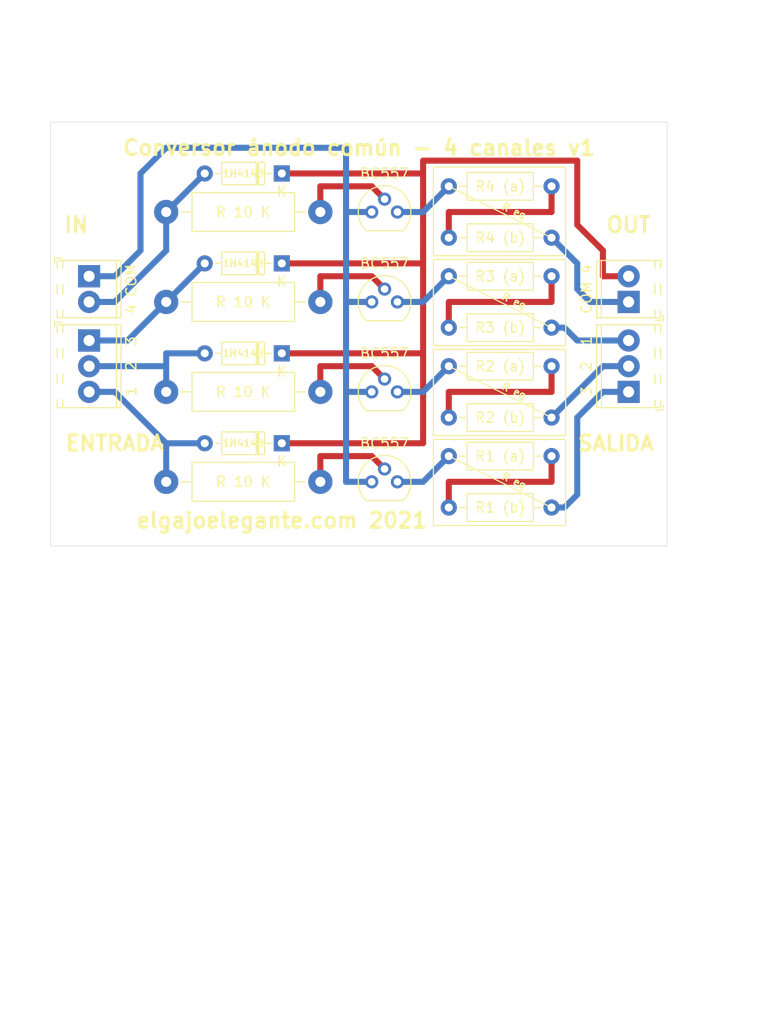
<source format=kicad_pcb>
(kicad_pcb (version 20171130) (host pcbnew "(5.1.9)-1")

  (general
    (thickness 1.6)
    (drawings 34)
    (tracks 88)
    (zones 0)
    (modules 32)
    (nets 1)
  )

  (page A4)
  (layers
    (0 F.Cu signal)
    (31 B.Cu signal)
    (33 F.Adhes user)
    (35 F.Paste user)
    (37 F.SilkS user)
    (38 B.Mask user)
    (39 F.Mask user)
    (40 Dwgs.User user)
    (41 Cmts.User user)
    (42 Eco1.User user)
    (43 Eco2.User user)
    (44 Edge.Cuts user)
    (45 Margin user)
    (46 B.CrtYd user)
    (47 F.CrtYd user)
    (49 F.Fab user)
  )

  (setup
    (last_trace_width 0.25)
    (user_trace_width 0.6)
    (trace_clearance 0.2)
    (zone_clearance 0.508)
    (zone_45_only no)
    (trace_min 0.2)
    (via_size 0.8)
    (via_drill 0.4)
    (via_min_size 0.4)
    (via_min_drill 0.3)
    (uvia_size 0.3)
    (uvia_drill 0.1)
    (uvias_allowed no)
    (uvia_min_size 0.2)
    (uvia_min_drill 0.1)
    (edge_width 0.05)
    (segment_width 0.2)
    (pcb_text_width 0.3)
    (pcb_text_size 1.5 1.5)
    (mod_edge_width 0.12)
    (mod_text_size 1 1)
    (mod_text_width 0.15)
    (pad_size 2.2 2.2)
    (pad_drill 1.1)
    (pad_to_mask_clearance 0)
    (aux_axis_origin 0 0)
    (visible_elements 7FFFFFFF)
    (pcbplotparams
      (layerselection 0x010e0_ffffffff)
      (usegerberextensions false)
      (usegerberattributes true)
      (usegerberadvancedattributes true)
      (creategerberjobfile true)
      (excludeedgelayer true)
      (linewidth 0.100000)
      (plotframeref false)
      (viasonmask false)
      (mode 1)
      (useauxorigin false)
      (hpglpennumber 1)
      (hpglpenspeed 20)
      (hpglpendiameter 15.000000)
      (psnegative false)
      (psa4output false)
      (plotreference true)
      (plotvalue true)
      (plotinvisibletext false)
      (padsonsilk false)
      (subtractmaskfromsilk false)
      (outputformat 1)
      (mirror false)
      (drillshape 0)
      (scaleselection 1)
      (outputdirectory "Gerber/"))
  )

  (net 0 "")

  (net_class Default "This is the default net class."
    (clearance 0.2)
    (trace_width 0.25)
    (via_dia 0.8)
    (via_drill 0.4)
    (uvia_dia 0.3)
    (uvia_drill 0.1)
  )

  (module MountingHole:MountingHole_3.2mm_M3 (layer F.Cu) (tedit 56D1B4CB) (tstamp 602ACC9D)
    (at 26.07 79.87)
    (descr "Mounting Hole 3.2mm, no annular, M3")
    (tags "mounting hole 3.2mm no annular m3")
    (attr virtual)
    (fp_text reference REF** (at 0 -4.2) (layer F.SilkS) hide
      (effects (font (size 1 1) (thickness 0.15)))
    )
    (fp_text value MountingHole_3.2mm_M3 (at 0 4.2) (layer F.Fab)
      (effects (font (size 1 1) (thickness 0.15)))
    )
    (fp_circle (center 0 0) (end 3.2 0) (layer Cmts.User) (width 0.15))
    (fp_circle (center 0 0) (end 3.45 0) (layer F.CrtYd) (width 0.05))
    (fp_text user %R (at 0.3 0) (layer F.Fab)
      (effects (font (size 1 1) (thickness 0.15)))
    )
    (pad 1 np_thru_hole circle (at 0 0) (size 3.2 3.2) (drill 3.2) (layers *.Cu *.Mask))
  )

  (module MountingHole:MountingHole_3.2mm_M3 (layer F.Cu) (tedit 56D1B4CB) (tstamp 602ACC77)
    (at 78.07 79.87)
    (descr "Mounting Hole 3.2mm, no annular, M3")
    (tags "mounting hole 3.2mm no annular m3")
    (attr virtual)
    (fp_text reference REF** (at 0 -4.2) (layer F.SilkS) hide
      (effects (font (size 1 1) (thickness 0.15)))
    )
    (fp_text value MountingHole_3.2mm_M3 (at 0 4.2) (layer F.Fab)
      (effects (font (size 1 1) (thickness 0.15)))
    )
    (fp_circle (center 0 0) (end 3.45 0) (layer F.CrtYd) (width 0.05))
    (fp_circle (center 0 0) (end 3.2 0) (layer Cmts.User) (width 0.15))
    (fp_text user %R (at 0.3 0) (layer F.Fab)
      (effects (font (size 1 1) (thickness 0.15)))
    )
    (pad 1 np_thru_hole circle (at 0 0) (size 3.2 3.2) (drill 3.2) (layers *.Cu *.Mask))
  )

  (module MountingHole:MountingHole_3.2mm_M3 (layer F.Cu) (tedit 56D1B4CB) (tstamp 602ACC51)
    (at 78.07 45.87)
    (descr "Mounting Hole 3.2mm, no annular, M3")
    (tags "mounting hole 3.2mm no annular m3")
    (attr virtual)
    (fp_text reference REF** (at 0 -4.2) (layer F.SilkS) hide
      (effects (font (size 1 1) (thickness 0.15)))
    )
    (fp_text value MountingHole_3.2mm_M3 (at 0 4.2) (layer F.Fab)
      (effects (font (size 1 1) (thickness 0.15)))
    )
    (fp_circle (center 0 0) (end 3.2 0) (layer Cmts.User) (width 0.15))
    (fp_circle (center 0 0) (end 3.45 0) (layer F.CrtYd) (width 0.05))
    (fp_text user %R (at 0.3 0) (layer F.Fab)
      (effects (font (size 1 1) (thickness 0.15)))
    )
    (pad 1 np_thru_hole circle (at 0 0) (size 3.2 3.2) (drill 3.2) (layers *.Cu *.Mask))
  )

  (module MountingHole:MountingHole_3.2mm_M3 (layer F.Cu) (tedit 56D1B4CB) (tstamp 602ACBF0)
    (at 26.07 45.87)
    (descr "Mounting Hole 3.2mm, no annular, M3")
    (tags "mounting hole 3.2mm no annular m3")
    (attr virtual)
    (fp_text reference REF** (at 0 -4.2) (layer F.SilkS) hide
      (effects (font (size 1 1) (thickness 0.15)))
    )
    (fp_text value MountingHole_3.2mm_M3 (at 0 4.2) (layer F.Fab)
      (effects (font (size 1 1) (thickness 0.15)))
    )
    (fp_circle (center 0 0) (end 3.45 0) (layer F.CrtYd) (width 0.05))
    (fp_circle (center 0 0) (end 3.2 0) (layer Cmts.User) (width 0.15))
    (fp_text user %R (at 0.3 0) (layer F.Fab)
      (effects (font (size 1 1) (thickness 0.15)))
    )
    (pad 1 np_thru_hole circle (at 0 0) (size 3.2 3.2) (drill 3.2) (layers *.Cu *.Mask))
  )

  (module TerminalBlock_Phoenix:TerminalBlock_Phoenix_MPT-0,5-3-2.54_1x03_P2.54mm_Horizontal-Dario (layer F.Cu) (tedit 602AB395) (tstamp 602AC8DD)
    (at 78.74 68.58 90)
    (descr "Terminal Block Phoenix MPT-0,5-3-2.54, 3 pins, pitch 2.54mm, size 8.08x6.2mm^2, drill diamater 1.1mm, pad diameter 2.2mm, see http://www.mouser.com/ds/2/324/ItemDetail_1725656-920552.pdf, script-generated using https://github.com/pointhi/kicad-footprint-generator/scripts/TerminalBlock_Phoenix")
    (tags "THT Terminal Block Phoenix MPT-0,5-3-2.54 pitch 2.54mm size 8.08x6.2mm^2 drill 1.1mm pad 2.2mm")
    (fp_text reference "3  2  1" (at 2.54 -4.16 -90) (layer F.SilkS)
      (effects (font (size 1 1) (thickness 0.15)))
    )
    (fp_text value TerminalBlock_Phoenix_MPT-0,5-3-2.54_1x03_P2.54mm_Horizontal-Dario (at 2.54 4.16 90) (layer F.Fab)
      (effects (font (size 1 1) (thickness 0.15)))
    )
    (fp_line (start 7.08 -3.6) (end -2 -3.6) (layer F.CrtYd) (width 0.05))
    (fp_line (start 7.08 3.6) (end 7.08 -3.6) (layer F.CrtYd) (width 0.05))
    (fp_line (start -2 3.6) (end 7.08 3.6) (layer F.CrtYd) (width 0.05))
    (fp_line (start -2 -3.6) (end -2 3.6) (layer F.CrtYd) (width 0.05))
    (fp_line (start -1.8 3.4) (end -1.3 3.4) (layer F.SilkS) (width 0.12))
    (fp_line (start -1.8 2.66) (end -1.8 3.4) (layer F.SilkS) (width 0.12))
    (fp_line (start 5.781 -0.835) (end 4.246 0.7) (layer F.Fab) (width 0.1))
    (fp_line (start 5.915 -0.7) (end 4.38 0.835) (layer F.Fab) (width 0.1))
    (fp_line (start 3.241 -0.835) (end 1.706 0.7) (layer F.Fab) (width 0.1))
    (fp_line (start 3.375 -0.7) (end 1.84 0.835) (layer F.Fab) (width 0.1))
    (fp_line (start 0.701 -0.835) (end -0.835 0.7) (layer F.Fab) (width 0.1))
    (fp_line (start 0.835 -0.7) (end -0.701 0.835) (layer F.Fab) (width 0.1))
    (fp_line (start 6.64 -3.16) (end 6.64 3.16) (layer F.SilkS) (width 0.12))
    (fp_line (start -1.56 -3.16) (end -1.56 3.16) (layer F.SilkS) (width 0.12))
    (fp_line (start 5.87 3.16) (end 6.64 3.16) (layer F.SilkS) (width 0.12))
    (fp_line (start 3.33 3.16) (end 4.29 3.16) (layer F.SilkS) (width 0.12))
    (fp_line (start 0.79 3.16) (end 1.75 3.16) (layer F.SilkS) (width 0.12))
    (fp_line (start -1.56 3.16) (end -0.79 3.16) (layer F.SilkS) (width 0.12))
    (fp_line (start -1.56 -3.16) (end 6.64 -3.16) (layer F.SilkS) (width 0.12))
    (fp_line (start -1.56 -2.7) (end 6.64 -2.7) (layer F.SilkS) (width 0.12))
    (fp_line (start -1.5 -2.7) (end 6.58 -2.7) (layer F.Fab) (width 0.1))
    (fp_line (start 5.87 2.6) (end 6.64 2.6) (layer F.SilkS) (width 0.12))
    (fp_line (start 3.33 2.6) (end 4.29 2.6) (layer F.SilkS) (width 0.12))
    (fp_line (start 0.79 2.6) (end 1.75 2.6) (layer F.SilkS) (width 0.12))
    (fp_line (start -1.56 2.6) (end -0.79 2.6) (layer F.SilkS) (width 0.12))
    (fp_line (start -1.5 2.6) (end 6.58 2.6) (layer F.Fab) (width 0.1))
    (fp_line (start -1.5 2.6) (end -1.5 -3.1) (layer F.Fab) (width 0.1))
    (fp_line (start -1 3.1) (end -1.5 2.6) (layer F.Fab) (width 0.1))
    (fp_line (start 6.58 3.1) (end -1 3.1) (layer F.Fab) (width 0.1))
    (fp_line (start 6.58 -3.1) (end 6.58 3.1) (layer F.Fab) (width 0.1))
    (fp_line (start -1.5 -3.1) (end 6.58 -3.1) (layer F.Fab) (width 0.1))
    (fp_circle (center 5.08 0) (end 6.18 0) (layer F.Fab) (width 0.1))
    (fp_circle (center 2.54 0) (end 3.64 0) (layer F.Fab) (width 0.1))
    (fp_circle (center 0 0) (end 1.1 0) (layer F.Fab) (width 0.1))
    (fp_text user %R (at 2.54 2 90) (layer F.Fab)
      (effects (font (size 1 1) (thickness 0.15)))
    )
    (pad 1 thru_hole rect (at 0 0 90) (size 2.2 2.2) (drill 1.1) (layers *.Cu *.Mask))
    (pad 2 thru_hole circle (at 2.54 0 90) (size 2.2 2.2) (drill 1.1) (layers *.Cu *.Mask))
    (pad 3 thru_hole circle (at 5.08 0 90) (size 2.2 2.2) (drill 1.1) (layers *.Cu *.Mask))
    (model ${KISYS3DMOD}/TerminalBlock_Phoenix.3dshapes/TerminalBlock_Phoenix_MPT-0,5-3-2.54_1x03_P2.54mm_Horizontal.wrl
      (at (xyz 0 0 0))
      (scale (xyz 1 1 1))
      (rotate (xyz 0 0 0))
    )
  )

  (module TerminalBlock_Phoenix:TerminalBlock_Phoenix_MPT-0,5-2-2.54_1x02_P2.54mm_Horizontal-Dario (layer F.Cu) (tedit 602AB383) (tstamp 602AC7B5)
    (at 78.74 59.69 90)
    (descr "Terminal Block Phoenix MPT-0,5-2-2.54, 2 pins, pitch 2.54mm, size 5.54x6.2mm^2, drill diamater 1.1mm, pad diameter 2.2mm, see http://www.mouser.com/ds/2/324/ItemDetail_1725656-920552.pdf, script-generated using https://github.com/pointhi/kicad-footprint-generator/scripts/TerminalBlock_Phoenix")
    (tags "THT Terminal Block Phoenix MPT-0,5-2-2.54 pitch 2.54mm size 5.54x6.2mm^2 drill 1.1mm pad 2.2mm")
    (fp_text reference "COM 4" (at 1.27 -4.16 -90) (layer F.SilkS)
      (effects (font (size 1 1) (thickness 0.15)))
    )
    (fp_text value TerminalBlock_Phoenix_MPT-0,5-2-2.54_1x02_P2.54mm_Horizontal-Dario (at 1.27 4.16 90) (layer F.Fab)
      (effects (font (size 1 1) (thickness 0.15)))
    )
    (fp_line (start 4.54 -3.6) (end -2 -3.6) (layer F.CrtYd) (width 0.05))
    (fp_line (start 4.54 3.6) (end 4.54 -3.6) (layer F.CrtYd) (width 0.05))
    (fp_line (start -2 3.6) (end 4.54 3.6) (layer F.CrtYd) (width 0.05))
    (fp_line (start -2 -3.6) (end -2 3.6) (layer F.CrtYd) (width 0.05))
    (fp_line (start -1.8 3.4) (end -1.3 3.4) (layer F.SilkS) (width 0.12))
    (fp_line (start -1.8 2.66) (end -1.8 3.4) (layer F.SilkS) (width 0.12))
    (fp_line (start 3.241 -0.835) (end 1.706 0.7) (layer F.Fab) (width 0.1))
    (fp_line (start 3.375 -0.7) (end 1.84 0.835) (layer F.Fab) (width 0.1))
    (fp_line (start 0.701 -0.835) (end -0.835 0.7) (layer F.Fab) (width 0.1))
    (fp_line (start 0.835 -0.7) (end -0.701 0.835) (layer F.Fab) (width 0.1))
    (fp_line (start 4.1 -3.16) (end 4.1 3.16) (layer F.SilkS) (width 0.12))
    (fp_line (start -1.56 -3.16) (end -1.56 3.16) (layer F.SilkS) (width 0.12))
    (fp_line (start 3.33 3.16) (end 4.1 3.16) (layer F.SilkS) (width 0.12))
    (fp_line (start 0.79 3.16) (end 1.75 3.16) (layer F.SilkS) (width 0.12))
    (fp_line (start -1.56 3.16) (end -0.79 3.16) (layer F.SilkS) (width 0.12))
    (fp_line (start -1.56 -3.16) (end 4.1 -3.16) (layer F.SilkS) (width 0.12))
    (fp_line (start -1.56 -2.7) (end 4.1 -2.7) (layer F.SilkS) (width 0.12))
    (fp_line (start -1.5 -2.7) (end 4.04 -2.7) (layer F.Fab) (width 0.1))
    (fp_line (start 3.33 2.6) (end 4.1 2.6) (layer F.SilkS) (width 0.12))
    (fp_line (start 0.79 2.6) (end 1.75 2.6) (layer F.SilkS) (width 0.12))
    (fp_line (start -1.56 2.6) (end -0.79 2.6) (layer F.SilkS) (width 0.12))
    (fp_line (start -1.5 2.6) (end 4.04 2.6) (layer F.Fab) (width 0.1))
    (fp_line (start -1.5 2.6) (end -1.5 -3.1) (layer F.Fab) (width 0.1))
    (fp_line (start -1 3.1) (end -1.5 2.6) (layer F.Fab) (width 0.1))
    (fp_line (start 4.04 3.1) (end -1 3.1) (layer F.Fab) (width 0.1))
    (fp_line (start 4.04 -3.1) (end 4.04 3.1) (layer F.Fab) (width 0.1))
    (fp_line (start -1.5 -3.1) (end 4.04 -3.1) (layer F.Fab) (width 0.1))
    (fp_circle (center 2.54 0) (end 3.64 0) (layer F.Fab) (width 0.1))
    (fp_circle (center 0 0) (end 1.1 0) (layer F.Fab) (width 0.1))
    (fp_text user %R (at 1.27 2 90) (layer F.Fab)
      (effects (font (size 1 1) (thickness 0.15)))
    )
    (pad 4 thru_hole rect (at 0 0 90) (size 2.2 2.2) (drill 1.1) (layers *.Cu *.Mask))
    (pad COM thru_hole circle (at 2.54 0 90) (size 2.2 2.2) (drill 1.1) (layers *.Cu *.Mask))
    (model ${KISYS3DMOD}/TerminalBlock_Phoenix.3dshapes/TerminalBlock_Phoenix_MPT-0,5-2-2.54_1x02_P2.54mm_Horizontal.wrl
      (at (xyz 0 0 0))
      (scale (xyz 1 1 1))
      (rotate (xyz 0 0 0))
    )
  )

  (module TerminalBlock_Phoenix:TerminalBlock_Phoenix_MPT-0,5-3-2.54_1x03_P2.54mm_Horizontal-Dario (layer F.Cu) (tedit 602AA746) (tstamp 602C09DC)
    (at 25.4 63.5 270)
    (descr "Terminal Block Phoenix MPT-0,5-3-2.54, 3 pins, pitch 2.54mm, size 8.08x6.2mm^2, drill diamater 1.1mm, pad diameter 2.2mm, see http://www.mouser.com/ds/2/324/ItemDetail_1725656-920552.pdf, script-generated using https://github.com/pointhi/kicad-footprint-generator/scripts/TerminalBlock_Phoenix")
    (tags "THT Terminal Block Phoenix MPT-0,5-3-2.54 pitch 2.54mm size 8.08x6.2mm^2 drill 1.1mm pad 2.2mm")
    (fp_text reference "1  2  3" (at 2.54 -4.16 90) (layer F.SilkS)
      (effects (font (size 1 1) (thickness 0.15)))
    )
    (fp_text value TerminalBlock_Phoenix_MPT-0,5-3-2.54_1x03_P2.54mm_Horizontal-Dario (at 2.54 4.16 90) (layer F.Fab)
      (effects (font (size 1 1) (thickness 0.15)))
    )
    (fp_circle (center 0 0) (end 1.1 0) (layer F.Fab) (width 0.1))
    (fp_circle (center 2.54 0) (end 3.64 0) (layer F.Fab) (width 0.1))
    (fp_circle (center 5.08 0) (end 6.18 0) (layer F.Fab) (width 0.1))
    (fp_line (start -1.5 -3.1) (end 6.58 -3.1) (layer F.Fab) (width 0.1))
    (fp_line (start 6.58 -3.1) (end 6.58 3.1) (layer F.Fab) (width 0.1))
    (fp_line (start 6.58 3.1) (end -1 3.1) (layer F.Fab) (width 0.1))
    (fp_line (start -1 3.1) (end -1.5 2.6) (layer F.Fab) (width 0.1))
    (fp_line (start -1.5 2.6) (end -1.5 -3.1) (layer F.Fab) (width 0.1))
    (fp_line (start -1.5 2.6) (end 6.58 2.6) (layer F.Fab) (width 0.1))
    (fp_line (start -1.56 2.6) (end -0.79 2.6) (layer F.SilkS) (width 0.12))
    (fp_line (start 0.79 2.6) (end 1.75 2.6) (layer F.SilkS) (width 0.12))
    (fp_line (start 3.33 2.6) (end 4.29 2.6) (layer F.SilkS) (width 0.12))
    (fp_line (start 5.87 2.6) (end 6.64 2.6) (layer F.SilkS) (width 0.12))
    (fp_line (start -1.5 -2.7) (end 6.58 -2.7) (layer F.Fab) (width 0.1))
    (fp_line (start -1.56 -2.7) (end 6.64 -2.7) (layer F.SilkS) (width 0.12))
    (fp_line (start -1.56 -3.16) (end 6.64 -3.16) (layer F.SilkS) (width 0.12))
    (fp_line (start -1.56 3.16) (end -0.79 3.16) (layer F.SilkS) (width 0.12))
    (fp_line (start 0.79 3.16) (end 1.75 3.16) (layer F.SilkS) (width 0.12))
    (fp_line (start 3.33 3.16) (end 4.29 3.16) (layer F.SilkS) (width 0.12))
    (fp_line (start 5.87 3.16) (end 6.64 3.16) (layer F.SilkS) (width 0.12))
    (fp_line (start -1.56 -3.16) (end -1.56 3.16) (layer F.SilkS) (width 0.12))
    (fp_line (start 6.64 -3.16) (end 6.64 3.16) (layer F.SilkS) (width 0.12))
    (fp_line (start 0.835 -0.7) (end -0.701 0.835) (layer F.Fab) (width 0.1))
    (fp_line (start 0.701 -0.835) (end -0.835 0.7) (layer F.Fab) (width 0.1))
    (fp_line (start 3.375 -0.7) (end 1.84 0.835) (layer F.Fab) (width 0.1))
    (fp_line (start 3.241 -0.835) (end 1.706 0.7) (layer F.Fab) (width 0.1))
    (fp_line (start 5.915 -0.7) (end 4.38 0.835) (layer F.Fab) (width 0.1))
    (fp_line (start 5.781 -0.835) (end 4.246 0.7) (layer F.Fab) (width 0.1))
    (fp_line (start -1.8 2.66) (end -1.8 3.4) (layer F.SilkS) (width 0.12))
    (fp_line (start -1.8 3.4) (end -1.3 3.4) (layer F.SilkS) (width 0.12))
    (fp_line (start -2 -3.6) (end -2 3.6) (layer F.CrtYd) (width 0.05))
    (fp_line (start -2 3.6) (end 7.08 3.6) (layer F.CrtYd) (width 0.05))
    (fp_line (start 7.08 3.6) (end 7.08 -3.6) (layer F.CrtYd) (width 0.05))
    (fp_line (start 7.08 -3.6) (end -2 -3.6) (layer F.CrtYd) (width 0.05))
    (fp_text user %R (at 2.54 2 90) (layer F.Fab)
      (effects (font (size 1 1) (thickness 0.15)))
    )
    (pad 1 thru_hole circle (at 5.08 0 270) (size 2.2 2.2) (drill 1.1) (layers *.Cu *.Mask))
    (pad 2 thru_hole circle (at 2.54 0 270) (size 2.2 2.2) (drill 1.1) (layers *.Cu *.Mask))
    (pad 3 thru_hole rect (at 0 0 270) (size 2.2 2.2) (drill 1.1) (layers *.Cu *.Mask))
    (model ${KISYS3DMOD}/TerminalBlock_Phoenix.3dshapes/TerminalBlock_Phoenix_MPT-0,5-3-2.54_1x03_P2.54mm_Horizontal.wrl
      (at (xyz 0 0 0))
      (scale (xyz 1 1 1))
      (rotate (xyz 0 0 0))
    )
  )

  (module TerminalBlock_Phoenix:TerminalBlock_Phoenix_MPT-0,5-2-2.54_1x02_P2.54mm_Horizontal-Dario (layer F.Cu) (tedit 602AA728) (tstamp 602C05D0)
    (at 25.4 57.15 270)
    (descr "Terminal Block Phoenix MPT-0,5-2-2.54, 2 pins, pitch 2.54mm, size 5.54x6.2mm^2, drill diamater 1.1mm, pad diameter 2.2mm, see http://www.mouser.com/ds/2/324/ItemDetail_1725656-920552.pdf, script-generated using https://github.com/pointhi/kicad-footprint-generator/scripts/TerminalBlock_Phoenix")
    (tags "THT Terminal Block Phoenix MPT-0,5-2-2.54 pitch 2.54mm size 5.54x6.2mm^2 drill 1.1mm pad 2.2mm")
    (fp_text reference "4 COM" (at 1.27 -4.16 90) (layer F.SilkS)
      (effects (font (size 1 1) (thickness 0.15)))
    )
    (fp_text value TerminalBlock_Phoenix_MPT-0,5-2-2.54_1x02_P2.54mm_Horizontal-Dario (at 1.27 4.16 90) (layer F.Fab)
      (effects (font (size 1 1) (thickness 0.15)))
    )
    (fp_circle (center 0 0) (end 1.1 0) (layer F.Fab) (width 0.1))
    (fp_circle (center 2.54 0) (end 3.64 0) (layer F.Fab) (width 0.1))
    (fp_line (start -1.5 -3.1) (end 4.04 -3.1) (layer F.Fab) (width 0.1))
    (fp_line (start 4.04 -3.1) (end 4.04 3.1) (layer F.Fab) (width 0.1))
    (fp_line (start 4.04 3.1) (end -1 3.1) (layer F.Fab) (width 0.1))
    (fp_line (start -1 3.1) (end -1.5 2.6) (layer F.Fab) (width 0.1))
    (fp_line (start -1.5 2.6) (end -1.5 -3.1) (layer F.Fab) (width 0.1))
    (fp_line (start -1.5 2.6) (end 4.04 2.6) (layer F.Fab) (width 0.1))
    (fp_line (start -1.56 2.6) (end -0.79 2.6) (layer F.SilkS) (width 0.12))
    (fp_line (start 0.79 2.6) (end 1.75 2.6) (layer F.SilkS) (width 0.12))
    (fp_line (start 3.33 2.6) (end 4.1 2.6) (layer F.SilkS) (width 0.12))
    (fp_line (start -1.5 -2.7) (end 4.04 -2.7) (layer F.Fab) (width 0.1))
    (fp_line (start -1.56 -2.7) (end 4.1 -2.7) (layer F.SilkS) (width 0.12))
    (fp_line (start -1.56 -3.16) (end 4.1 -3.16) (layer F.SilkS) (width 0.12))
    (fp_line (start -1.56 3.16) (end -0.79 3.16) (layer F.SilkS) (width 0.12))
    (fp_line (start 0.79 3.16) (end 1.75 3.16) (layer F.SilkS) (width 0.12))
    (fp_line (start 3.33 3.16) (end 4.1 3.16) (layer F.SilkS) (width 0.12))
    (fp_line (start -1.56 -3.16) (end -1.56 3.16) (layer F.SilkS) (width 0.12))
    (fp_line (start 4.1 -3.16) (end 4.1 3.16) (layer F.SilkS) (width 0.12))
    (fp_line (start 0.835 -0.7) (end -0.701 0.835) (layer F.Fab) (width 0.1))
    (fp_line (start 0.701 -0.835) (end -0.835 0.7) (layer F.Fab) (width 0.1))
    (fp_line (start 3.375 -0.7) (end 1.84 0.835) (layer F.Fab) (width 0.1))
    (fp_line (start 3.241 -0.835) (end 1.706 0.7) (layer F.Fab) (width 0.1))
    (fp_line (start -1.8 2.66) (end -1.8 3.4) (layer F.SilkS) (width 0.12))
    (fp_line (start -1.8 3.4) (end -1.3 3.4) (layer F.SilkS) (width 0.12))
    (fp_line (start -2 -3.6) (end -2 3.6) (layer F.CrtYd) (width 0.05))
    (fp_line (start -2 3.6) (end 4.54 3.6) (layer F.CrtYd) (width 0.05))
    (fp_line (start 4.54 3.6) (end 4.54 -3.6) (layer F.CrtYd) (width 0.05))
    (fp_line (start 4.54 -3.6) (end -2 -3.6) (layer F.CrtYd) (width 0.05))
    (fp_text user %R (at 1.27 2 90) (layer F.Fab)
      (effects (font (size 1 1) (thickness 0.15)))
    )
    (pad 4 thru_hole circle (at 2.54 0 270) (size 2.2 2.2) (drill 1.1) (layers *.Cu *.Mask))
    (pad COM thru_hole rect (at 0 0 270) (size 2.2 2.2) (drill 1.1) (layers *.Cu *.Mask))
    (model ${KISYS3DMOD}/TerminalBlock_Phoenix.3dshapes/TerminalBlock_Phoenix_MPT-0,5-2-2.54_1x02_P2.54mm_Horizontal.wrl
      (at (xyz 0 0 0))
      (scale (xyz 1 1 1))
      (rotate (xyz 0 0 0))
    )
  )

  (module Resistor_THT:R_Axial_DIN0207_L6.3mm_D2.5mm_P10.16mm_Horizontal (layer F.Cu) (tedit 5AE5139B) (tstamp 602AEADB)
    (at 60.96 74.93)
    (descr "Resistor, Axial_DIN0207 series, Axial, Horizontal, pin pitch=10.16mm, 0.25W = 1/4W, length*diameter=6.3*2.5mm^2, http://cdn-reichelt.de/documents/datenblatt/B400/1_4W%23YAG.pdf")
    (tags "Resistor Axial_DIN0207 series Axial Horizontal pin pitch 10.16mm 0.25W = 1/4W length 6.3mm diameter 2.5mm")
    (fp_text reference "R1 (a)" (at 5.08 0) (layer F.SilkS)
      (effects (font (size 1 1) (thickness 0.15)))
    )
    (fp_text value R_Axial_DIN0207_L6.3mm_D2.5mm_P10.16mm_Horizontal (at 5.08 2.37) (layer F.Fab)
      (effects (font (size 1 1) (thickness 0.15)))
    )
    (fp_line (start 1.93 -1.25) (end 1.93 1.25) (layer F.Fab) (width 0.1))
    (fp_line (start 1.93 1.25) (end 8.23 1.25) (layer F.Fab) (width 0.1))
    (fp_line (start 8.23 1.25) (end 8.23 -1.25) (layer F.Fab) (width 0.1))
    (fp_line (start 8.23 -1.25) (end 1.93 -1.25) (layer F.Fab) (width 0.1))
    (fp_line (start 0 0) (end 1.93 0) (layer F.Fab) (width 0.1))
    (fp_line (start 10.16 0) (end 8.23 0) (layer F.Fab) (width 0.1))
    (fp_line (start 1.81 -1.37) (end 1.81 1.37) (layer F.SilkS) (width 0.12))
    (fp_line (start 1.81 1.37) (end 8.35 1.37) (layer F.SilkS) (width 0.12))
    (fp_line (start 8.35 1.37) (end 8.35 -1.37) (layer F.SilkS) (width 0.12))
    (fp_line (start 8.35 -1.37) (end 1.81 -1.37) (layer F.SilkS) (width 0.12))
    (fp_line (start 1.04 0) (end 1.81 0) (layer F.SilkS) (width 0.12))
    (fp_line (start 9.12 0) (end 8.35 0) (layer F.SilkS) (width 0.12))
    (fp_line (start -1.05 -1.5) (end -1.05 1.5) (layer F.CrtYd) (width 0.05))
    (fp_line (start -1.05 1.5) (end 11.21 1.5) (layer F.CrtYd) (width 0.05))
    (fp_line (start 11.21 1.5) (end 11.21 -1.5) (layer F.CrtYd) (width 0.05))
    (fp_line (start 11.21 -1.5) (end -1.05 -1.5) (layer F.CrtYd) (width 0.05))
    (fp_text user %R (at 5.08 0) (layer F.Fab)
      (effects (font (size 1 1) (thickness 0.15)))
    )
    (pad 1 thru_hole circle (at 0 0) (size 1.6 1.6) (drill 0.8) (layers *.Cu *.Mask))
    (pad 2 thru_hole oval (at 10.16 0) (size 1.6 1.6) (drill 0.8) (layers *.Cu *.Mask))
    (model ${KISYS3DMOD}/Resistor_THT.3dshapes/R_Axial_DIN0207_L6.3mm_D2.5mm_P10.16mm_Horizontal.wrl
      (at (xyz 0 0 0))
      (scale (xyz 1 1 1))
      (rotate (xyz 0 0 0))
    )
  )

  (module Resistor_THT:R_Axial_DIN0207_L6.3mm_D2.5mm_P10.16mm_Horizontal (layer F.Cu) (tedit 5AE5139B) (tstamp 602AEAC5)
    (at 60.96 80.01)
    (descr "Resistor, Axial_DIN0207 series, Axial, Horizontal, pin pitch=10.16mm, 0.25W = 1/4W, length*diameter=6.3*2.5mm^2, http://cdn-reichelt.de/documents/datenblatt/B400/1_4W%23YAG.pdf")
    (tags "Resistor Axial_DIN0207 series Axial Horizontal pin pitch 10.16mm 0.25W = 1/4W length 6.3mm diameter 2.5mm")
    (fp_text reference "R1 (b)" (at 5.08 0) (layer F.SilkS)
      (effects (font (size 1 1) (thickness 0.15)))
    )
    (fp_text value R_Axial_DIN0207_L6.3mm_D2.5mm_P10.16mm_Horizontal (at 5.08 2.37) (layer F.Fab)
      (effects (font (size 1 1) (thickness 0.15)))
    )
    (fp_line (start 1.93 -1.25) (end 1.93 1.25) (layer F.Fab) (width 0.1))
    (fp_line (start 1.93 1.25) (end 8.23 1.25) (layer F.Fab) (width 0.1))
    (fp_line (start 8.23 1.25) (end 8.23 -1.25) (layer F.Fab) (width 0.1))
    (fp_line (start 8.23 -1.25) (end 1.93 -1.25) (layer F.Fab) (width 0.1))
    (fp_line (start 0 0) (end 1.93 0) (layer F.Fab) (width 0.1))
    (fp_line (start 10.16 0) (end 8.23 0) (layer F.Fab) (width 0.1))
    (fp_line (start 1.81 -1.37) (end 1.81 1.37) (layer F.SilkS) (width 0.12))
    (fp_line (start 1.81 1.37) (end 8.35 1.37) (layer F.SilkS) (width 0.12))
    (fp_line (start 8.35 1.37) (end 8.35 -1.37) (layer F.SilkS) (width 0.12))
    (fp_line (start 8.35 -1.37) (end 1.81 -1.37) (layer F.SilkS) (width 0.12))
    (fp_line (start 1.04 0) (end 1.81 0) (layer F.SilkS) (width 0.12))
    (fp_line (start 9.12 0) (end 8.35 0) (layer F.SilkS) (width 0.12))
    (fp_line (start -1.05 -1.5) (end -1.05 1.5) (layer F.CrtYd) (width 0.05))
    (fp_line (start -1.05 1.5) (end 11.21 1.5) (layer F.CrtYd) (width 0.05))
    (fp_line (start 11.21 1.5) (end 11.21 -1.5) (layer F.CrtYd) (width 0.05))
    (fp_line (start 11.21 -1.5) (end -1.05 -1.5) (layer F.CrtYd) (width 0.05))
    (fp_text user %R (at 5.08 0) (layer F.Fab)
      (effects (font (size 1 1) (thickness 0.15)))
    )
    (pad 2 thru_hole oval (at 10.16 0) (size 1.6 1.6) (drill 0.8) (layers *.Cu *.Mask))
    (pad 1 thru_hole circle (at 0 0) (size 1.6 1.6) (drill 0.8) (layers *.Cu *.Mask))
    (model ${KISYS3DMOD}/Resistor_THT.3dshapes/R_Axial_DIN0207_L6.3mm_D2.5mm_P10.16mm_Horizontal.wrl
      (at (xyz 0 0 0))
      (scale (xyz 1 1 1))
      (rotate (xyz 0 0 0))
    )
  )

  (module Resistor_THT:R_Axial_DIN0207_L6.3mm_D2.5mm_P10.16mm_Horizontal (layer F.Cu) (tedit 5AE5139B) (tstamp 602AEADB)
    (at 60.96 66.04)
    (descr "Resistor, Axial_DIN0207 series, Axial, Horizontal, pin pitch=10.16mm, 0.25W = 1/4W, length*diameter=6.3*2.5mm^2, http://cdn-reichelt.de/documents/datenblatt/B400/1_4W%23YAG.pdf")
    (tags "Resistor Axial_DIN0207 series Axial Horizontal pin pitch 10.16mm 0.25W = 1/4W length 6.3mm diameter 2.5mm")
    (fp_text reference "R2 (a)" (at 5.08 0) (layer F.SilkS)
      (effects (font (size 1 1) (thickness 0.15)))
    )
    (fp_text value R_Axial_DIN0207_L6.3mm_D2.5mm_P10.16mm_Horizontal (at 5.08 2.37) (layer F.Fab)
      (effects (font (size 1 1) (thickness 0.15)))
    )
    (fp_line (start 1.93 -1.25) (end 1.93 1.25) (layer F.Fab) (width 0.1))
    (fp_line (start 1.93 1.25) (end 8.23 1.25) (layer F.Fab) (width 0.1))
    (fp_line (start 8.23 1.25) (end 8.23 -1.25) (layer F.Fab) (width 0.1))
    (fp_line (start 8.23 -1.25) (end 1.93 -1.25) (layer F.Fab) (width 0.1))
    (fp_line (start 0 0) (end 1.93 0) (layer F.Fab) (width 0.1))
    (fp_line (start 10.16 0) (end 8.23 0) (layer F.Fab) (width 0.1))
    (fp_line (start 1.81 -1.37) (end 1.81 1.37) (layer F.SilkS) (width 0.12))
    (fp_line (start 1.81 1.37) (end 8.35 1.37) (layer F.SilkS) (width 0.12))
    (fp_line (start 8.35 1.37) (end 8.35 -1.37) (layer F.SilkS) (width 0.12))
    (fp_line (start 8.35 -1.37) (end 1.81 -1.37) (layer F.SilkS) (width 0.12))
    (fp_line (start 1.04 0) (end 1.81 0) (layer F.SilkS) (width 0.12))
    (fp_line (start 9.12 0) (end 8.35 0) (layer F.SilkS) (width 0.12))
    (fp_line (start -1.05 -1.5) (end -1.05 1.5) (layer F.CrtYd) (width 0.05))
    (fp_line (start -1.05 1.5) (end 11.21 1.5) (layer F.CrtYd) (width 0.05))
    (fp_line (start 11.21 1.5) (end 11.21 -1.5) (layer F.CrtYd) (width 0.05))
    (fp_line (start 11.21 -1.5) (end -1.05 -1.5) (layer F.CrtYd) (width 0.05))
    (fp_text user %R (at 5.08 0) (layer F.Fab)
      (effects (font (size 1 1) (thickness 0.15)))
    )
    (pad 1 thru_hole circle (at 0 0) (size 1.6 1.6) (drill 0.8) (layers *.Cu *.Mask))
    (pad 2 thru_hole oval (at 10.16 0) (size 1.6 1.6) (drill 0.8) (layers *.Cu *.Mask))
    (model ${KISYS3DMOD}/Resistor_THT.3dshapes/R_Axial_DIN0207_L6.3mm_D2.5mm_P10.16mm_Horizontal.wrl
      (at (xyz 0 0 0))
      (scale (xyz 1 1 1))
      (rotate (xyz 0 0 0))
    )
  )

  (module Resistor_THT:R_Axial_DIN0207_L6.3mm_D2.5mm_P10.16mm_Horizontal (layer F.Cu) (tedit 5AE5139B) (tstamp 602AEAC5)
    (at 60.96 71.12)
    (descr "Resistor, Axial_DIN0207 series, Axial, Horizontal, pin pitch=10.16mm, 0.25W = 1/4W, length*diameter=6.3*2.5mm^2, http://cdn-reichelt.de/documents/datenblatt/B400/1_4W%23YAG.pdf")
    (tags "Resistor Axial_DIN0207 series Axial Horizontal pin pitch 10.16mm 0.25W = 1/4W length 6.3mm diameter 2.5mm")
    (fp_text reference "R2 (b)" (at 5.08 0) (layer F.SilkS)
      (effects (font (size 1 1) (thickness 0.15)))
    )
    (fp_text value R_Axial_DIN0207_L6.3mm_D2.5mm_P10.16mm_Horizontal (at 5.08 2.37) (layer F.Fab)
      (effects (font (size 1 1) (thickness 0.15)))
    )
    (fp_line (start 1.93 -1.25) (end 1.93 1.25) (layer F.Fab) (width 0.1))
    (fp_line (start 1.93 1.25) (end 8.23 1.25) (layer F.Fab) (width 0.1))
    (fp_line (start 8.23 1.25) (end 8.23 -1.25) (layer F.Fab) (width 0.1))
    (fp_line (start 8.23 -1.25) (end 1.93 -1.25) (layer F.Fab) (width 0.1))
    (fp_line (start 0 0) (end 1.93 0) (layer F.Fab) (width 0.1))
    (fp_line (start 10.16 0) (end 8.23 0) (layer F.Fab) (width 0.1))
    (fp_line (start 1.81 -1.37) (end 1.81 1.37) (layer F.SilkS) (width 0.12))
    (fp_line (start 1.81 1.37) (end 8.35 1.37) (layer F.SilkS) (width 0.12))
    (fp_line (start 8.35 1.37) (end 8.35 -1.37) (layer F.SilkS) (width 0.12))
    (fp_line (start 8.35 -1.37) (end 1.81 -1.37) (layer F.SilkS) (width 0.12))
    (fp_line (start 1.04 0) (end 1.81 0) (layer F.SilkS) (width 0.12))
    (fp_line (start 9.12 0) (end 8.35 0) (layer F.SilkS) (width 0.12))
    (fp_line (start -1.05 -1.5) (end -1.05 1.5) (layer F.CrtYd) (width 0.05))
    (fp_line (start -1.05 1.5) (end 11.21 1.5) (layer F.CrtYd) (width 0.05))
    (fp_line (start 11.21 1.5) (end 11.21 -1.5) (layer F.CrtYd) (width 0.05))
    (fp_line (start 11.21 -1.5) (end -1.05 -1.5) (layer F.CrtYd) (width 0.05))
    (fp_text user %R (at 5.08 0) (layer F.Fab)
      (effects (font (size 1 1) (thickness 0.15)))
    )
    (pad 2 thru_hole oval (at 10.16 0) (size 1.6 1.6) (drill 0.8) (layers *.Cu *.Mask))
    (pad 1 thru_hole circle (at 0 0) (size 1.6 1.6) (drill 0.8) (layers *.Cu *.Mask))
    (model ${KISYS3DMOD}/Resistor_THT.3dshapes/R_Axial_DIN0207_L6.3mm_D2.5mm_P10.16mm_Horizontal.wrl
      (at (xyz 0 0 0))
      (scale (xyz 1 1 1))
      (rotate (xyz 0 0 0))
    )
  )

  (module Resistor_THT:R_Axial_DIN0207_L6.3mm_D2.5mm_P10.16mm_Horizontal (layer F.Cu) (tedit 5AE5139B) (tstamp 602AE779)
    (at 60.96 53.34)
    (descr "Resistor, Axial_DIN0207 series, Axial, Horizontal, pin pitch=10.16mm, 0.25W = 1/4W, length*diameter=6.3*2.5mm^2, http://cdn-reichelt.de/documents/datenblatt/B400/1_4W%23YAG.pdf")
    (tags "Resistor Axial_DIN0207 series Axial Horizontal pin pitch 10.16mm 0.25W = 1/4W length 6.3mm diameter 2.5mm")
    (fp_text reference "R4 (b)" (at 5.08 0) (layer F.SilkS)
      (effects (font (size 1 1) (thickness 0.15)))
    )
    (fp_text value R_Axial_DIN0207_L6.3mm_D2.5mm_P10.16mm_Horizontal (at 5.08 2.37) (layer F.Fab)
      (effects (font (size 1 1) (thickness 0.15)))
    )
    (fp_line (start 1.93 -1.25) (end 1.93 1.25) (layer F.Fab) (width 0.1))
    (fp_line (start 1.93 1.25) (end 8.23 1.25) (layer F.Fab) (width 0.1))
    (fp_line (start 8.23 1.25) (end 8.23 -1.25) (layer F.Fab) (width 0.1))
    (fp_line (start 8.23 -1.25) (end 1.93 -1.25) (layer F.Fab) (width 0.1))
    (fp_line (start 0 0) (end 1.93 0) (layer F.Fab) (width 0.1))
    (fp_line (start 10.16 0) (end 8.23 0) (layer F.Fab) (width 0.1))
    (fp_line (start 1.81 -1.37) (end 1.81 1.37) (layer F.SilkS) (width 0.12))
    (fp_line (start 1.81 1.37) (end 8.35 1.37) (layer F.SilkS) (width 0.12))
    (fp_line (start 8.35 1.37) (end 8.35 -1.37) (layer F.SilkS) (width 0.12))
    (fp_line (start 8.35 -1.37) (end 1.81 -1.37) (layer F.SilkS) (width 0.12))
    (fp_line (start 1.04 0) (end 1.81 0) (layer F.SilkS) (width 0.12))
    (fp_line (start 9.12 0) (end 8.35 0) (layer F.SilkS) (width 0.12))
    (fp_line (start -1.05 -1.5) (end -1.05 1.5) (layer F.CrtYd) (width 0.05))
    (fp_line (start -1.05 1.5) (end 11.21 1.5) (layer F.CrtYd) (width 0.05))
    (fp_line (start 11.21 1.5) (end 11.21 -1.5) (layer F.CrtYd) (width 0.05))
    (fp_line (start 11.21 -1.5) (end -1.05 -1.5) (layer F.CrtYd) (width 0.05))
    (fp_text user %R (at 5.08 0) (layer F.Fab)
      (effects (font (size 1 1) (thickness 0.15)))
    )
    (pad 1 thru_hole circle (at 0 0) (size 1.6 1.6) (drill 0.8) (layers *.Cu *.Mask))
    (pad 2 thru_hole oval (at 10.16 0) (size 1.6 1.6) (drill 0.8) (layers *.Cu *.Mask))
    (model ${KISYS3DMOD}/Resistor_THT.3dshapes/R_Axial_DIN0207_L6.3mm_D2.5mm_P10.16mm_Horizontal.wrl
      (at (xyz 0 0 0))
      (scale (xyz 1 1 1))
      (rotate (xyz 0 0 0))
    )
  )

  (module Resistor_THT:R_Axial_DIN0207_L6.3mm_D2.5mm_P10.16mm_Horizontal (layer F.Cu) (tedit 5AE5139B) (tstamp 602AE779)
    (at 60.96 48.26)
    (descr "Resistor, Axial_DIN0207 series, Axial, Horizontal, pin pitch=10.16mm, 0.25W = 1/4W, length*diameter=6.3*2.5mm^2, http://cdn-reichelt.de/documents/datenblatt/B400/1_4W%23YAG.pdf")
    (tags "Resistor Axial_DIN0207 series Axial Horizontal pin pitch 10.16mm 0.25W = 1/4W length 6.3mm diameter 2.5mm")
    (fp_text reference "R4 (a)" (at 5.08 0) (layer F.SilkS)
      (effects (font (size 1 1) (thickness 0.15)))
    )
    (fp_text value R_Axial_DIN0207_L6.3mm_D2.5mm_P10.16mm_Horizontal (at 5.08 2.37) (layer F.Fab)
      (effects (font (size 1 1) (thickness 0.15)))
    )
    (fp_line (start 1.93 -1.25) (end 1.93 1.25) (layer F.Fab) (width 0.1))
    (fp_line (start 1.93 1.25) (end 8.23 1.25) (layer F.Fab) (width 0.1))
    (fp_line (start 8.23 1.25) (end 8.23 -1.25) (layer F.Fab) (width 0.1))
    (fp_line (start 8.23 -1.25) (end 1.93 -1.25) (layer F.Fab) (width 0.1))
    (fp_line (start 0 0) (end 1.93 0) (layer F.Fab) (width 0.1))
    (fp_line (start 10.16 0) (end 8.23 0) (layer F.Fab) (width 0.1))
    (fp_line (start 1.81 -1.37) (end 1.81 1.37) (layer F.SilkS) (width 0.12))
    (fp_line (start 1.81 1.37) (end 8.35 1.37) (layer F.SilkS) (width 0.12))
    (fp_line (start 8.35 1.37) (end 8.35 -1.37) (layer F.SilkS) (width 0.12))
    (fp_line (start 8.35 -1.37) (end 1.81 -1.37) (layer F.SilkS) (width 0.12))
    (fp_line (start 1.04 0) (end 1.81 0) (layer F.SilkS) (width 0.12))
    (fp_line (start 9.12 0) (end 8.35 0) (layer F.SilkS) (width 0.12))
    (fp_line (start -1.05 -1.5) (end -1.05 1.5) (layer F.CrtYd) (width 0.05))
    (fp_line (start -1.05 1.5) (end 11.21 1.5) (layer F.CrtYd) (width 0.05))
    (fp_line (start 11.21 1.5) (end 11.21 -1.5) (layer F.CrtYd) (width 0.05))
    (fp_line (start 11.21 -1.5) (end -1.05 -1.5) (layer F.CrtYd) (width 0.05))
    (fp_text user %R (at 5.08 0) (layer F.Fab)
      (effects (font (size 1 1) (thickness 0.15)))
    )
    (pad 1 thru_hole circle (at 0 0) (size 1.6 1.6) (drill 0.8) (layers *.Cu *.Mask))
    (pad 2 thru_hole oval (at 10.16 0) (size 1.6 1.6) (drill 0.8) (layers *.Cu *.Mask))
    (model ${KISYS3DMOD}/Resistor_THT.3dshapes/R_Axial_DIN0207_L6.3mm_D2.5mm_P10.16mm_Horizontal.wrl
      (at (xyz 0 0 0))
      (scale (xyz 1 1 1))
      (rotate (xyz 0 0 0))
    )
  )

  (module Resistor_THT:R_Axial_DIN0207_L6.3mm_D2.5mm_P10.16mm_Horizontal (layer F.Cu) (tedit 5AE5139B) (tstamp 602AE779)
    (at 60.96 62.23)
    (descr "Resistor, Axial_DIN0207 series, Axial, Horizontal, pin pitch=10.16mm, 0.25W = 1/4W, length*diameter=6.3*2.5mm^2, http://cdn-reichelt.de/documents/datenblatt/B400/1_4W%23YAG.pdf")
    (tags "Resistor Axial_DIN0207 series Axial Horizontal pin pitch 10.16mm 0.25W = 1/4W length 6.3mm diameter 2.5mm")
    (fp_text reference "R3 (b)" (at 5.08 0) (layer F.SilkS)
      (effects (font (size 1 1) (thickness 0.15)))
    )
    (fp_text value R_Axial_DIN0207_L6.3mm_D2.5mm_P10.16mm_Horizontal (at 5.08 2.37) (layer F.Fab)
      (effects (font (size 1 1) (thickness 0.15)))
    )
    (fp_line (start 1.93 -1.25) (end 1.93 1.25) (layer F.Fab) (width 0.1))
    (fp_line (start 1.93 1.25) (end 8.23 1.25) (layer F.Fab) (width 0.1))
    (fp_line (start 8.23 1.25) (end 8.23 -1.25) (layer F.Fab) (width 0.1))
    (fp_line (start 8.23 -1.25) (end 1.93 -1.25) (layer F.Fab) (width 0.1))
    (fp_line (start 0 0) (end 1.93 0) (layer F.Fab) (width 0.1))
    (fp_line (start 10.16 0) (end 8.23 0) (layer F.Fab) (width 0.1))
    (fp_line (start 1.81 -1.37) (end 1.81 1.37) (layer F.SilkS) (width 0.12))
    (fp_line (start 1.81 1.37) (end 8.35 1.37) (layer F.SilkS) (width 0.12))
    (fp_line (start 8.35 1.37) (end 8.35 -1.37) (layer F.SilkS) (width 0.12))
    (fp_line (start 8.35 -1.37) (end 1.81 -1.37) (layer F.SilkS) (width 0.12))
    (fp_line (start 1.04 0) (end 1.81 0) (layer F.SilkS) (width 0.12))
    (fp_line (start 9.12 0) (end 8.35 0) (layer F.SilkS) (width 0.12))
    (fp_line (start -1.05 -1.5) (end -1.05 1.5) (layer F.CrtYd) (width 0.05))
    (fp_line (start -1.05 1.5) (end 11.21 1.5) (layer F.CrtYd) (width 0.05))
    (fp_line (start 11.21 1.5) (end 11.21 -1.5) (layer F.CrtYd) (width 0.05))
    (fp_line (start 11.21 -1.5) (end -1.05 -1.5) (layer F.CrtYd) (width 0.05))
    (fp_text user %R (at 5.08 0) (layer F.Fab)
      (effects (font (size 1 1) (thickness 0.15)))
    )
    (pad 1 thru_hole circle (at 0 0) (size 1.6 1.6) (drill 0.8) (layers *.Cu *.Mask))
    (pad 2 thru_hole oval (at 10.16 0) (size 1.6 1.6) (drill 0.8) (layers *.Cu *.Mask))
    (model ${KISYS3DMOD}/Resistor_THT.3dshapes/R_Axial_DIN0207_L6.3mm_D2.5mm_P10.16mm_Horizontal.wrl
      (at (xyz 0 0 0))
      (scale (xyz 1 1 1))
      (rotate (xyz 0 0 0))
    )
  )

  (module Resistor_THT:R_Axial_DIN0207_L6.3mm_D2.5mm_P10.16mm_Horizontal (layer F.Cu) (tedit 5AE5139B) (tstamp 602AE6FC)
    (at 60.96 57.15)
    (descr "Resistor, Axial_DIN0207 series, Axial, Horizontal, pin pitch=10.16mm, 0.25W = 1/4W, length*diameter=6.3*2.5mm^2, http://cdn-reichelt.de/documents/datenblatt/B400/1_4W%23YAG.pdf")
    (tags "Resistor Axial_DIN0207 series Axial Horizontal pin pitch 10.16mm 0.25W = 1/4W length 6.3mm diameter 2.5mm")
    (fp_text reference "R3 (a)" (at 5.08 0) (layer F.SilkS)
      (effects (font (size 1 1) (thickness 0.15)))
    )
    (fp_text value R_Axial_DIN0207_L6.3mm_D2.5mm_P10.16mm_Horizontal (at 5.08 2.37) (layer F.Fab)
      (effects (font (size 1 1) (thickness 0.15)))
    )
    (fp_line (start 1.93 -1.25) (end 1.93 1.25) (layer F.Fab) (width 0.1))
    (fp_line (start 1.93 1.25) (end 8.23 1.25) (layer F.Fab) (width 0.1))
    (fp_line (start 8.23 1.25) (end 8.23 -1.25) (layer F.Fab) (width 0.1))
    (fp_line (start 8.23 -1.25) (end 1.93 -1.25) (layer F.Fab) (width 0.1))
    (fp_line (start 0 0) (end 1.93 0) (layer F.Fab) (width 0.1))
    (fp_line (start 10.16 0) (end 8.23 0) (layer F.Fab) (width 0.1))
    (fp_line (start 1.81 -1.37) (end 1.81 1.37) (layer F.SilkS) (width 0.12))
    (fp_line (start 1.81 1.37) (end 8.35 1.37) (layer F.SilkS) (width 0.12))
    (fp_line (start 8.35 1.37) (end 8.35 -1.37) (layer F.SilkS) (width 0.12))
    (fp_line (start 8.35 -1.37) (end 1.81 -1.37) (layer F.SilkS) (width 0.12))
    (fp_line (start 1.04 0) (end 1.81 0) (layer F.SilkS) (width 0.12))
    (fp_line (start 9.12 0) (end 8.35 0) (layer F.SilkS) (width 0.12))
    (fp_line (start -1.05 -1.5) (end -1.05 1.5) (layer F.CrtYd) (width 0.05))
    (fp_line (start -1.05 1.5) (end 11.21 1.5) (layer F.CrtYd) (width 0.05))
    (fp_line (start 11.21 1.5) (end 11.21 -1.5) (layer F.CrtYd) (width 0.05))
    (fp_line (start 11.21 -1.5) (end -1.05 -1.5) (layer F.CrtYd) (width 0.05))
    (fp_text user %R (at 5.08 0) (layer F.Fab)
      (effects (font (size 1 1) (thickness 0.15)))
    )
    (pad 2 thru_hole oval (at 10.16 0) (size 1.6 1.6) (drill 0.8) (layers *.Cu *.Mask))
    (pad 1 thru_hole circle (at 0 0) (size 1.6 1.6) (drill 0.8) (layers *.Cu *.Mask))
    (model ${KISYS3DMOD}/Resistor_THT.3dshapes/R_Axial_DIN0207_L6.3mm_D2.5mm_P10.16mm_Horizontal.wrl
      (at (xyz 0 0 0))
      (scale (xyz 1 1 1))
      (rotate (xyz 0 0 0))
    )
  )

  (module Diode_THT:D_DO-35_SOD27_P7.62mm_Horizontal (layer F.Cu) (tedit 5AE50CD5) (tstamp 602AE342)
    (at 44.45 46.99 180)
    (descr "Diode, DO-35_SOD27 series, Axial, Horizontal, pin pitch=7.62mm, , length*diameter=4*2mm^2, , http://www.diodes.com/_files/packages/DO-35.pdf")
    (tags "Diode DO-35_SOD27 series Axial Horizontal pin pitch 7.62mm  length 4mm diameter 2mm")
    (fp_text reference 1N4148 (at 3.81 0) (layer F.SilkS)
      (effects (font (size 0.7 0.7) (thickness 0.15)))
    )
    (fp_text value D_DO-35_SOD27_P7.62mm_Horizontal (at 3.81 2.12) (layer F.Fab)
      (effects (font (size 1 1) (thickness 0.15)))
    )
    (fp_line (start 8.67 -1.25) (end -1.05 -1.25) (layer F.CrtYd) (width 0.05))
    (fp_line (start 8.67 1.25) (end 8.67 -1.25) (layer F.CrtYd) (width 0.05))
    (fp_line (start -1.05 1.25) (end 8.67 1.25) (layer F.CrtYd) (width 0.05))
    (fp_line (start -1.05 -1.25) (end -1.05 1.25) (layer F.CrtYd) (width 0.05))
    (fp_line (start 2.29 -1.12) (end 2.29 1.12) (layer F.SilkS) (width 0.12))
    (fp_line (start 2.53 -1.12) (end 2.53 1.12) (layer F.SilkS) (width 0.12))
    (fp_line (start 2.41 -1.12) (end 2.41 1.12) (layer F.SilkS) (width 0.12))
    (fp_line (start 6.58 0) (end 5.93 0) (layer F.SilkS) (width 0.12))
    (fp_line (start 1.04 0) (end 1.69 0) (layer F.SilkS) (width 0.12))
    (fp_line (start 5.93 -1.12) (end 1.69 -1.12) (layer F.SilkS) (width 0.12))
    (fp_line (start 5.93 1.12) (end 5.93 -1.12) (layer F.SilkS) (width 0.12))
    (fp_line (start 1.69 1.12) (end 5.93 1.12) (layer F.SilkS) (width 0.12))
    (fp_line (start 1.69 -1.12) (end 1.69 1.12) (layer F.SilkS) (width 0.12))
    (fp_line (start 2.31 -1) (end 2.31 1) (layer F.Fab) (width 0.1))
    (fp_line (start 2.51 -1) (end 2.51 1) (layer F.Fab) (width 0.1))
    (fp_line (start 2.41 -1) (end 2.41 1) (layer F.Fab) (width 0.1))
    (fp_line (start 7.62 0) (end 5.81 0) (layer F.Fab) (width 0.1))
    (fp_line (start 0 0) (end 1.81 0) (layer F.Fab) (width 0.1))
    (fp_line (start 5.81 -1) (end 1.81 -1) (layer F.Fab) (width 0.1))
    (fp_line (start 5.81 1) (end 5.81 -1) (layer F.Fab) (width 0.1))
    (fp_line (start 1.81 1) (end 5.81 1) (layer F.Fab) (width 0.1))
    (fp_line (start 1.81 -1) (end 1.81 1) (layer F.Fab) (width 0.1))
    (fp_text user K (at 0 -1.8) (layer F.SilkS)
      (effects (font (size 1 1) (thickness 0.15)))
    )
    (fp_text user K (at 0 -1.8) (layer F.Fab)
      (effects (font (size 1 1) (thickness 0.15)))
    )
    (fp_text user %R (at 4.11 0) (layer F.Fab)
      (effects (font (size 0.8 0.8) (thickness 0.12)))
    )
    (pad 2 thru_hole oval (at 7.62 0 180) (size 1.6 1.6) (drill 0.8) (layers *.Cu *.Mask))
    (pad 1 thru_hole rect (at 0 0 180) (size 1.6 1.6) (drill 0.8) (layers *.Cu *.Mask))
    (model ${KISYS3DMOD}/Diode_THT.3dshapes/D_DO-35_SOD27_P7.62mm_Horizontal.wrl
      (at (xyz 0 0 0))
      (scale (xyz 1 1 1))
      (rotate (xyz 0 0 0))
    )
  )

  (module Diode_THT:D_DO-35_SOD27_P7.62mm_Horizontal (layer F.Cu) (tedit 5AE50CD5) (tstamp 602AE263)
    (at 44.45 55.88 180)
    (descr "Diode, DO-35_SOD27 series, Axial, Horizontal, pin pitch=7.62mm, , length*diameter=4*2mm^2, , http://www.diodes.com/_files/packages/DO-35.pdf")
    (tags "Diode DO-35_SOD27 series Axial Horizontal pin pitch 7.62mm  length 4mm diameter 2mm")
    (fp_text reference 1N4148 (at 3.81 0) (layer F.SilkS)
      (effects (font (size 0.7 0.7) (thickness 0.15)))
    )
    (fp_text value D_DO-35_SOD27_P7.62mm_Horizontal (at 3.81 2.12) (layer F.Fab)
      (effects (font (size 1 1) (thickness 0.15)))
    )
    (fp_line (start 8.67 -1.25) (end -1.05 -1.25) (layer F.CrtYd) (width 0.05))
    (fp_line (start 8.67 1.25) (end 8.67 -1.25) (layer F.CrtYd) (width 0.05))
    (fp_line (start -1.05 1.25) (end 8.67 1.25) (layer F.CrtYd) (width 0.05))
    (fp_line (start -1.05 -1.25) (end -1.05 1.25) (layer F.CrtYd) (width 0.05))
    (fp_line (start 2.29 -1.12) (end 2.29 1.12) (layer F.SilkS) (width 0.12))
    (fp_line (start 2.53 -1.12) (end 2.53 1.12) (layer F.SilkS) (width 0.12))
    (fp_line (start 2.41 -1.12) (end 2.41 1.12) (layer F.SilkS) (width 0.12))
    (fp_line (start 6.58 0) (end 5.93 0) (layer F.SilkS) (width 0.12))
    (fp_line (start 1.04 0) (end 1.69 0) (layer F.SilkS) (width 0.12))
    (fp_line (start 5.93 -1.12) (end 1.69 -1.12) (layer F.SilkS) (width 0.12))
    (fp_line (start 5.93 1.12) (end 5.93 -1.12) (layer F.SilkS) (width 0.12))
    (fp_line (start 1.69 1.12) (end 5.93 1.12) (layer F.SilkS) (width 0.12))
    (fp_line (start 1.69 -1.12) (end 1.69 1.12) (layer F.SilkS) (width 0.12))
    (fp_line (start 2.31 -1) (end 2.31 1) (layer F.Fab) (width 0.1))
    (fp_line (start 2.51 -1) (end 2.51 1) (layer F.Fab) (width 0.1))
    (fp_line (start 2.41 -1) (end 2.41 1) (layer F.Fab) (width 0.1))
    (fp_line (start 7.62 0) (end 5.81 0) (layer F.Fab) (width 0.1))
    (fp_line (start 0 0) (end 1.81 0) (layer F.Fab) (width 0.1))
    (fp_line (start 5.81 -1) (end 1.81 -1) (layer F.Fab) (width 0.1))
    (fp_line (start 5.81 1) (end 5.81 -1) (layer F.Fab) (width 0.1))
    (fp_line (start 1.81 1) (end 5.81 1) (layer F.Fab) (width 0.1))
    (fp_line (start 1.81 -1) (end 1.81 1) (layer F.Fab) (width 0.1))
    (fp_text user %R (at 4.11 0) (layer F.Fab)
      (effects (font (size 0.8 0.8) (thickness 0.12)))
    )
    (fp_text user K (at 0 -1.8) (layer F.Fab)
      (effects (font (size 1 1) (thickness 0.15)))
    )
    (fp_text user K (at 0 -1.8) (layer F.SilkS)
      (effects (font (size 1 1) (thickness 0.15)))
    )
    (pad 1 thru_hole rect (at 0 0 180) (size 1.6 1.6) (drill 0.8) (layers *.Cu *.Mask))
    (pad 2 thru_hole oval (at 7.62 0 180) (size 1.6 1.6) (drill 0.8) (layers *.Cu *.Mask))
    (model ${KISYS3DMOD}/Diode_THT.3dshapes/D_DO-35_SOD27_P7.62mm_Horizontal.wrl
      (at (xyz 0 0 0))
      (scale (xyz 1 1 1))
      (rotate (xyz 0 0 0))
    )
  )

  (module Diode_THT:D_DO-35_SOD27_P7.62mm_Horizontal (layer F.Cu) (tedit 5AE50CD5) (tstamp 602AE263)
    (at 44.45 64.77 180)
    (descr "Diode, DO-35_SOD27 series, Axial, Horizontal, pin pitch=7.62mm, , length*diameter=4*2mm^2, , http://www.diodes.com/_files/packages/DO-35.pdf")
    (tags "Diode DO-35_SOD27 series Axial Horizontal pin pitch 7.62mm  length 4mm diameter 2mm")
    (fp_text reference 1N4148 (at 3.81 0) (layer F.SilkS)
      (effects (font (size 0.7 0.7) (thickness 0.15)))
    )
    (fp_text value D_DO-35_SOD27_P7.62mm_Horizontal (at 3.81 2.12) (layer F.Fab)
      (effects (font (size 1 1) (thickness 0.15)))
    )
    (fp_line (start 8.67 -1.25) (end -1.05 -1.25) (layer F.CrtYd) (width 0.05))
    (fp_line (start 8.67 1.25) (end 8.67 -1.25) (layer F.CrtYd) (width 0.05))
    (fp_line (start -1.05 1.25) (end 8.67 1.25) (layer F.CrtYd) (width 0.05))
    (fp_line (start -1.05 -1.25) (end -1.05 1.25) (layer F.CrtYd) (width 0.05))
    (fp_line (start 2.29 -1.12) (end 2.29 1.12) (layer F.SilkS) (width 0.12))
    (fp_line (start 2.53 -1.12) (end 2.53 1.12) (layer F.SilkS) (width 0.12))
    (fp_line (start 2.41 -1.12) (end 2.41 1.12) (layer F.SilkS) (width 0.12))
    (fp_line (start 6.58 0) (end 5.93 0) (layer F.SilkS) (width 0.12))
    (fp_line (start 1.04 0) (end 1.69 0) (layer F.SilkS) (width 0.12))
    (fp_line (start 5.93 -1.12) (end 1.69 -1.12) (layer F.SilkS) (width 0.12))
    (fp_line (start 5.93 1.12) (end 5.93 -1.12) (layer F.SilkS) (width 0.12))
    (fp_line (start 1.69 1.12) (end 5.93 1.12) (layer F.SilkS) (width 0.12))
    (fp_line (start 1.69 -1.12) (end 1.69 1.12) (layer F.SilkS) (width 0.12))
    (fp_line (start 2.31 -1) (end 2.31 1) (layer F.Fab) (width 0.1))
    (fp_line (start 2.51 -1) (end 2.51 1) (layer F.Fab) (width 0.1))
    (fp_line (start 2.41 -1) (end 2.41 1) (layer F.Fab) (width 0.1))
    (fp_line (start 7.62 0) (end 5.81 0) (layer F.Fab) (width 0.1))
    (fp_line (start 0 0) (end 1.81 0) (layer F.Fab) (width 0.1))
    (fp_line (start 5.81 -1) (end 1.81 -1) (layer F.Fab) (width 0.1))
    (fp_line (start 5.81 1) (end 5.81 -1) (layer F.Fab) (width 0.1))
    (fp_line (start 1.81 1) (end 5.81 1) (layer F.Fab) (width 0.1))
    (fp_line (start 1.81 -1) (end 1.81 1) (layer F.Fab) (width 0.1))
    (fp_text user %R (at 4.11 0) (layer F.Fab)
      (effects (font (size 0.8 0.8) (thickness 0.12)))
    )
    (fp_text user K (at 0 -1.8) (layer F.Fab)
      (effects (font (size 1 1) (thickness 0.15)))
    )
    (fp_text user K (at 0 -1.8) (layer F.SilkS)
      (effects (font (size 1 1) (thickness 0.15)))
    )
    (pad 1 thru_hole rect (at 0 0 180) (size 1.6 1.6) (drill 0.8) (layers *.Cu *.Mask))
    (pad 2 thru_hole oval (at 7.62 0 180) (size 1.6 1.6) (drill 0.8) (layers *.Cu *.Mask))
    (model ${KISYS3DMOD}/Diode_THT.3dshapes/D_DO-35_SOD27_P7.62mm_Horizontal.wrl
      (at (xyz 0 0 0))
      (scale (xyz 1 1 1))
      (rotate (xyz 0 0 0))
    )
  )

  (module Diode_THT:D_DO-35_SOD27_P7.62mm_Horizontal (layer F.Cu) (tedit 5AE50CD5) (tstamp 602ADE12)
    (at 44.45 73.66 180)
    (descr "Diode, DO-35_SOD27 series, Axial, Horizontal, pin pitch=7.62mm, , length*diameter=4*2mm^2, , http://www.diodes.com/_files/packages/DO-35.pdf")
    (tags "Diode DO-35_SOD27 series Axial Horizontal pin pitch 7.62mm  length 4mm diameter 2mm")
    (fp_text reference 1N4148 (at 3.81 0) (layer F.SilkS)
      (effects (font (size 0.7 0.7) (thickness 0.15)))
    )
    (fp_text value D_DO-35_SOD27_P7.62mm_Horizontal (at 3.81 2.12) (layer F.Fab)
      (effects (font (size 1 1) (thickness 0.15)))
    )
    (fp_line (start 8.67 -1.25) (end -1.05 -1.25) (layer F.CrtYd) (width 0.05))
    (fp_line (start 8.67 1.25) (end 8.67 -1.25) (layer F.CrtYd) (width 0.05))
    (fp_line (start -1.05 1.25) (end 8.67 1.25) (layer F.CrtYd) (width 0.05))
    (fp_line (start -1.05 -1.25) (end -1.05 1.25) (layer F.CrtYd) (width 0.05))
    (fp_line (start 2.29 -1.12) (end 2.29 1.12) (layer F.SilkS) (width 0.12))
    (fp_line (start 2.53 -1.12) (end 2.53 1.12) (layer F.SilkS) (width 0.12))
    (fp_line (start 2.41 -1.12) (end 2.41 1.12) (layer F.SilkS) (width 0.12))
    (fp_line (start 6.58 0) (end 5.93 0) (layer F.SilkS) (width 0.12))
    (fp_line (start 1.04 0) (end 1.69 0) (layer F.SilkS) (width 0.12))
    (fp_line (start 5.93 -1.12) (end 1.69 -1.12) (layer F.SilkS) (width 0.12))
    (fp_line (start 5.93 1.12) (end 5.93 -1.12) (layer F.SilkS) (width 0.12))
    (fp_line (start 1.69 1.12) (end 5.93 1.12) (layer F.SilkS) (width 0.12))
    (fp_line (start 1.69 -1.12) (end 1.69 1.12) (layer F.SilkS) (width 0.12))
    (fp_line (start 2.31 -1) (end 2.31 1) (layer F.Fab) (width 0.1))
    (fp_line (start 2.51 -1) (end 2.51 1) (layer F.Fab) (width 0.1))
    (fp_line (start 2.41 -1) (end 2.41 1) (layer F.Fab) (width 0.1))
    (fp_line (start 7.62 0) (end 5.81 0) (layer F.Fab) (width 0.1))
    (fp_line (start 0 0) (end 1.81 0) (layer F.Fab) (width 0.1))
    (fp_line (start 5.81 -1) (end 1.81 -1) (layer F.Fab) (width 0.1))
    (fp_line (start 5.81 1) (end 5.81 -1) (layer F.Fab) (width 0.1))
    (fp_line (start 1.81 1) (end 5.81 1) (layer F.Fab) (width 0.1))
    (fp_line (start 1.81 -1) (end 1.81 1) (layer F.Fab) (width 0.1))
    (fp_text user K (at 0 -1.8) (layer F.SilkS)
      (effects (font (size 1 1) (thickness 0.15)))
    )
    (fp_text user K (at 0 -1.8) (layer F.Fab)
      (effects (font (size 1 1) (thickness 0.15)))
    )
    (fp_text user %R (at 4.11 0) (layer F.Fab)
      (effects (font (size 0.8 0.8) (thickness 0.12)))
    )
    (pad 2 thru_hole oval (at 7.62 0 180) (size 1.6 1.6) (drill 0.8) (layers *.Cu *.Mask))
    (pad 1 thru_hole rect (at 0 0 180) (size 1.6 1.6) (drill 0.8) (layers *.Cu *.Mask))
    (model ${KISYS3DMOD}/Diode_THT.3dshapes/D_DO-35_SOD27_P7.62mm_Horizontal.wrl
      (at (xyz 0 0 0))
      (scale (xyz 1 1 1))
      (rotate (xyz 0 0 0))
    )
  )

  (module Resistor_THT:R_Axial_DIN0411_L9.9mm_D3.6mm_P15.24mm_Horizontal (layer F.Cu) (tedit 602A5283) (tstamp 602ACCC2)
    (at 33.02 50.8)
    (descr "Resistor, Axial_DIN0411 series, Axial, Horizontal, pin pitch=15.24mm, 1W, length*diameter=9.9*3.6mm^2")
    (tags "Resistor Axial_DIN0411 series Axial Horizontal pin pitch 15.24mm 1W length 9.9mm diameter 3.6mm")
    (fp_text reference "R 10 K" (at 7.62 0) (layer F.SilkS)
      (effects (font (size 1 1) (thickness 0.15)))
    )
    (fp_text value R_Axial_DIN0411_L9.9mm_D3.6mm_P15.24mm_Horizontal (at 7.62 2.92) (layer F.Fab)
      (effects (font (size 1 1) (thickness 0.15)))
    )
    (fp_line (start 2.67 -1.8) (end 2.67 1.8) (layer F.Fab) (width 0.1))
    (fp_line (start 2.67 1.8) (end 12.57 1.8) (layer F.Fab) (width 0.1))
    (fp_line (start 12.57 1.8) (end 12.57 -1.8) (layer F.Fab) (width 0.1))
    (fp_line (start 12.57 -1.8) (end 2.67 -1.8) (layer F.Fab) (width 0.1))
    (fp_line (start 0 0) (end 2.67 0) (layer F.Fab) (width 0.1))
    (fp_line (start 15.24 0) (end 12.57 0) (layer F.Fab) (width 0.1))
    (fp_line (start 2.55 -1.92) (end 2.55 1.92) (layer F.SilkS) (width 0.12))
    (fp_line (start 2.55 1.92) (end 12.69 1.92) (layer F.SilkS) (width 0.12))
    (fp_line (start 12.69 1.92) (end 12.69 -1.92) (layer F.SilkS) (width 0.12))
    (fp_line (start 12.69 -1.92) (end 2.55 -1.92) (layer F.SilkS) (width 0.12))
    (fp_line (start 1.44 0) (end 2.55 0) (layer F.SilkS) (width 0.12))
    (fp_line (start 13.8 0) (end 12.69 0) (layer F.SilkS) (width 0.12))
    (fp_line (start -1.45 -2.05) (end -1.45 2.05) (layer F.CrtYd) (width 0.05))
    (fp_line (start -1.45 2.05) (end 16.69 2.05) (layer F.CrtYd) (width 0.05))
    (fp_line (start 16.69 2.05) (end 16.69 -2.05) (layer F.CrtYd) (width 0.05))
    (fp_line (start 16.69 -2.05) (end -1.45 -2.05) (layer F.CrtYd) (width 0.05))
    (fp_text user %R (at 7.62 0) (layer F.Fab)
      (effects (font (size 1 1) (thickness 0.15)))
    )
    (pad 1 thru_hole circle (at 0 0) (size 2.4 2.4) (drill 1) (layers *.Cu *.Mask))
    (pad 2 thru_hole oval (at 15.24 0) (size 2.4 2.4) (drill 1) (layers *.Cu *.Mask))
    (model ${KISYS3DMOD}/Resistor_THT.3dshapes/R_Axial_DIN0411_L9.9mm_D3.6mm_P15.24mm_Horizontal.wrl
      (at (xyz 0 0 0))
      (scale (xyz 1 1 1))
      (rotate (xyz 0 0 0))
    )
  )

  (module Resistor_THT:R_Axial_DIN0411_L9.9mm_D3.6mm_P15.24mm_Horizontal (layer F.Cu) (tedit 602A51B0) (tstamp 602ACC93)
    (at 33.02 59.69)
    (descr "Resistor, Axial_DIN0411 series, Axial, Horizontal, pin pitch=15.24mm, 1W, length*diameter=9.9*3.6mm^2")
    (tags "Resistor Axial_DIN0411 series Axial Horizontal pin pitch 15.24mm 1W length 9.9mm diameter 3.6mm")
    (fp_text reference "R 10 K" (at 7.62 0) (layer F.SilkS)
      (effects (font (size 1 1) (thickness 0.15)))
    )
    (fp_text value R_Axial_DIN0411_L9.9mm_D3.6mm_P15.24mm_Horizontal (at 7.62 2.92) (layer F.Fab)
      (effects (font (size 1 1) (thickness 0.15)))
    )
    (fp_line (start 2.67 -1.8) (end 2.67 1.8) (layer F.Fab) (width 0.1))
    (fp_line (start 2.67 1.8) (end 12.57 1.8) (layer F.Fab) (width 0.1))
    (fp_line (start 12.57 1.8) (end 12.57 -1.8) (layer F.Fab) (width 0.1))
    (fp_line (start 12.57 -1.8) (end 2.67 -1.8) (layer F.Fab) (width 0.1))
    (fp_line (start 0 0) (end 2.67 0) (layer F.Fab) (width 0.1))
    (fp_line (start 15.24 0) (end 12.57 0) (layer F.Fab) (width 0.1))
    (fp_line (start 2.55 -1.92) (end 2.55 1.92) (layer F.SilkS) (width 0.12))
    (fp_line (start 2.55 1.92) (end 12.69 1.92) (layer F.SilkS) (width 0.12))
    (fp_line (start 12.69 1.92) (end 12.69 -1.92) (layer F.SilkS) (width 0.12))
    (fp_line (start 12.69 -1.92) (end 2.55 -1.92) (layer F.SilkS) (width 0.12))
    (fp_line (start 1.44 0) (end 2.55 0) (layer F.SilkS) (width 0.12))
    (fp_line (start 13.8 0) (end 12.69 0) (layer F.SilkS) (width 0.12))
    (fp_line (start -1.45 -2.05) (end -1.45 2.05) (layer F.CrtYd) (width 0.05))
    (fp_line (start -1.45 2.05) (end 16.69 2.05) (layer F.CrtYd) (width 0.05))
    (fp_line (start 16.69 2.05) (end 16.69 -2.05) (layer F.CrtYd) (width 0.05))
    (fp_line (start 16.69 -2.05) (end -1.45 -2.05) (layer F.CrtYd) (width 0.05))
    (fp_text user %R (at 7.62 0) (layer F.Fab)
      (effects (font (size 1 1) (thickness 0.15)))
    )
    (pad 2 thru_hole oval (at 15.24 0) (size 2.4 2.4) (drill 1) (layers *.Cu *.Mask))
    (pad 1 thru_hole circle (at 0 0) (size 2.4 2.4) (drill 1) (layers *.Cu *.Mask))
    (model ${KISYS3DMOD}/Resistor_THT.3dshapes/R_Axial_DIN0411_L9.9mm_D3.6mm_P15.24mm_Horizontal.wrl
      (at (xyz 0 0 0))
      (scale (xyz 1 1 1))
      (rotate (xyz 0 0 0))
    )
  )

  (module Resistor_THT:R_Axial_DIN0411_L9.9mm_D3.6mm_P15.24mm_Horizontal (layer F.Cu) (tedit 602A5250) (tstamp 602ACC56)
    (at 33.02 68.58)
    (descr "Resistor, Axial_DIN0411 series, Axial, Horizontal, pin pitch=15.24mm, 1W, length*diameter=9.9*3.6mm^2")
    (tags "Resistor Axial_DIN0411 series Axial Horizontal pin pitch 15.24mm 1W length 9.9mm diameter 3.6mm")
    (fp_text reference "R 10 K" (at 7.62 0) (layer F.SilkS)
      (effects (font (size 1 1) (thickness 0.15)))
    )
    (fp_text value R_Axial_DIN0411_L9.9mm_D3.6mm_P15.24mm_Horizontal (at 7.62 2.92) (layer F.Fab)
      (effects (font (size 1 1) (thickness 0.15)))
    )
    (fp_line (start 2.67 -1.8) (end 2.67 1.8) (layer F.Fab) (width 0.1))
    (fp_line (start 2.67 1.8) (end 12.57 1.8) (layer F.Fab) (width 0.1))
    (fp_line (start 12.57 1.8) (end 12.57 -1.8) (layer F.Fab) (width 0.1))
    (fp_line (start 12.57 -1.8) (end 2.67 -1.8) (layer F.Fab) (width 0.1))
    (fp_line (start 0 0) (end 2.67 0) (layer F.Fab) (width 0.1))
    (fp_line (start 15.24 0) (end 12.57 0) (layer F.Fab) (width 0.1))
    (fp_line (start 2.55 -1.92) (end 2.55 1.92) (layer F.SilkS) (width 0.12))
    (fp_line (start 2.55 1.92) (end 12.69 1.92) (layer F.SilkS) (width 0.12))
    (fp_line (start 12.69 1.92) (end 12.69 -1.92) (layer F.SilkS) (width 0.12))
    (fp_line (start 12.69 -1.92) (end 2.55 -1.92) (layer F.SilkS) (width 0.12))
    (fp_line (start 1.44 0) (end 2.55 0) (layer F.SilkS) (width 0.12))
    (fp_line (start 13.8 0) (end 12.69 0) (layer F.SilkS) (width 0.12))
    (fp_line (start -1.45 -2.05) (end -1.45 2.05) (layer F.CrtYd) (width 0.05))
    (fp_line (start -1.45 2.05) (end 16.69 2.05) (layer F.CrtYd) (width 0.05))
    (fp_line (start 16.69 2.05) (end 16.69 -2.05) (layer F.CrtYd) (width 0.05))
    (fp_line (start 16.69 -2.05) (end -1.45 -2.05) (layer F.CrtYd) (width 0.05))
    (fp_text user %R (at 7.62 0) (layer F.Fab)
      (effects (font (size 1 1) (thickness 0.15)))
    )
    (pad 1 thru_hole circle (at 0 0) (size 2.4 2.4) (drill 1) (layers *.Cu *.Mask))
    (pad 2 thru_hole oval (at 15.24 0) (size 2.4 2.4) (drill 1) (layers *.Cu *.Mask))
    (model ${KISYS3DMOD}/Resistor_THT.3dshapes/R_Axial_DIN0411_L9.9mm_D3.6mm_P15.24mm_Horizontal.wrl
      (at (xyz 0 0 0))
      (scale (xyz 1 1 1))
      (rotate (xyz 0 0 0))
    )
  )

  (module Resistor_THT:R_Axial_DIN0411_L9.9mm_D3.6mm_P15.24mm_Horizontal (layer F.Cu) (tedit 602A5271) (tstamp 602A9737)
    (at 33.02 77.47)
    (descr "Resistor, Axial_DIN0411 series, Axial, Horizontal, pin pitch=15.24mm, 1W, length*diameter=9.9*3.6mm^2")
    (tags "Resistor Axial_DIN0411 series Axial Horizontal pin pitch 15.24mm 1W length 9.9mm diameter 3.6mm")
    (fp_text reference "R 10 K" (at 7.62 0) (layer F.SilkS)
      (effects (font (size 1 1) (thickness 0.15)))
    )
    (fp_text value R_Axial_DIN0411_L9.9mm_D3.6mm_P15.24mm_Horizontal (at 7.62 2.92) (layer F.Fab)
      (effects (font (size 1 1) (thickness 0.15)))
    )
    (fp_line (start 2.67 -1.8) (end 2.67 1.8) (layer F.Fab) (width 0.1))
    (fp_line (start 2.67 1.8) (end 12.57 1.8) (layer F.Fab) (width 0.1))
    (fp_line (start 12.57 1.8) (end 12.57 -1.8) (layer F.Fab) (width 0.1))
    (fp_line (start 12.57 -1.8) (end 2.67 -1.8) (layer F.Fab) (width 0.1))
    (fp_line (start 0 0) (end 2.67 0) (layer F.Fab) (width 0.1))
    (fp_line (start 15.24 0) (end 12.57 0) (layer F.Fab) (width 0.1))
    (fp_line (start 2.55 -1.92) (end 2.55 1.92) (layer F.SilkS) (width 0.12))
    (fp_line (start 2.55 1.92) (end 12.69 1.92) (layer F.SilkS) (width 0.12))
    (fp_line (start 12.69 1.92) (end 12.69 -1.92) (layer F.SilkS) (width 0.12))
    (fp_line (start 12.69 -1.92) (end 2.55 -1.92) (layer F.SilkS) (width 0.12))
    (fp_line (start 1.44 0) (end 2.55 0) (layer F.SilkS) (width 0.12))
    (fp_line (start 13.8 0) (end 12.69 0) (layer F.SilkS) (width 0.12))
    (fp_line (start -1.45 -2.05) (end -1.45 2.05) (layer F.CrtYd) (width 0.05))
    (fp_line (start -1.45 2.05) (end 16.69 2.05) (layer F.CrtYd) (width 0.05))
    (fp_line (start 16.69 2.05) (end 16.69 -2.05) (layer F.CrtYd) (width 0.05))
    (fp_line (start 16.69 -2.05) (end -1.45 -2.05) (layer F.CrtYd) (width 0.05))
    (fp_text user %R (at 7.62 0) (layer F.Fab)
      (effects (font (size 1 1) (thickness 0.15)))
    )
    (pad 2 thru_hole oval (at 15.24 0) (size 2.4 2.4) (drill 1) (layers *.Cu *.Mask))
    (pad 1 thru_hole circle (at 0 0) (size 2.4 2.4) (drill 1) (layers *.Cu *.Mask))
    (model ${KISYS3DMOD}/Resistor_THT.3dshapes/R_Axial_DIN0411_L9.9mm_D3.6mm_P15.24mm_Horizontal.wrl
      (at (xyz 0 0 0))
      (scale (xyz 1 1 1))
      (rotate (xyz 0 0 0))
    )
  )

  (module Package_TO_SOT_THT:TO-92 (layer F.Cu) (tedit 602A3558) (tstamp 602A943B)
    (at 53.34 77.47)
    (descr "TO-92 leads molded, narrow, drill 0.75mm (see NXP sot054_po.pdf)")
    (tags "to-92 sc-43 sc-43a sot54 PA33 transistor")
    (fp_text reference BC557 (at 1.27 -3.81) (layer F.SilkS)
      (effects (font (size 1 1) (thickness 0.15)))
    )
    (fp_text value TO-92 (at 1.27 2.79) (layer F.Fab)
      (effects (font (size 1 1) (thickness 0.15)))
    )
    (fp_line (start -0.53 1.85) (end 3.07 1.85) (layer F.SilkS) (width 0.12))
    (fp_line (start -0.5 1.75) (end 3 1.75) (layer F.Fab) (width 0.1))
    (fp_line (start -1.46 -2.73) (end 4 -2.73) (layer F.CrtYd) (width 0.05))
    (fp_line (start -1.46 -2.73) (end -1.46 2.01) (layer F.CrtYd) (width 0.05))
    (fp_line (start 4 2.01) (end 4 -2.73) (layer F.CrtYd) (width 0.05))
    (fp_line (start 4 2.01) (end -1.46 2.01) (layer F.CrtYd) (width 0.05))
    (fp_text user %R (at 1.27 0) (layer F.Fab)
      (effects (font (size 1 1) (thickness 0.15)))
    )
    (fp_arc (start 1.27 0) (end 1.27 -2.48) (angle 135) (layer F.Fab) (width 0.1))
    (fp_arc (start 1.27 0) (end 1.27 -2.6) (angle -135) (layer F.SilkS) (width 0.12))
    (fp_arc (start 1.27 0) (end 1.27 -2.48) (angle -135) (layer F.Fab) (width 0.1))
    (fp_arc (start 1.27 0) (end 1.27 -2.6) (angle 135) (layer F.SilkS) (width 0.12))
    (pad 2 thru_hole circle (at 1.27 -1.27) (size 1.3 1.3) (drill 0.75) (layers *.Cu *.Mask))
    (pad 3 thru_hole circle (at 2.54 0) (size 1.3 1.3) (drill 0.75) (layers *.Cu *.Mask))
    (pad 1 thru_hole circle (at 0 0) (size 1.3 1.3) (drill 0.75) (layers *.Cu *.Mask))
    (model ${KISYS3DMOD}/Package_TO_SOT_THT.3dshapes/TO-92.wrl
      (at (xyz 0 0 0))
      (scale (xyz 1 1 1))
      (rotate (xyz 0 0 0))
    )
  )

  (module Package_TO_SOT_THT:TO-92 (layer F.Cu) (tedit 602A3558) (tstamp 602A9388)
    (at 53.34 68.58)
    (descr "TO-92 leads molded, narrow, drill 0.75mm (see NXP sot054_po.pdf)")
    (tags "to-92 sc-43 sc-43a sot54 PA33 transistor")
    (fp_text reference BC557 (at 1.27 -3.81) (layer F.SilkS)
      (effects (font (size 1 1) (thickness 0.15)))
    )
    (fp_text value TO-92 (at 1.27 2.79) (layer F.Fab)
      (effects (font (size 1 1) (thickness 0.15)))
    )
    (fp_line (start -0.53 1.85) (end 3.07 1.85) (layer F.SilkS) (width 0.12))
    (fp_line (start -0.5 1.75) (end 3 1.75) (layer F.Fab) (width 0.1))
    (fp_line (start -1.46 -2.73) (end 4 -2.73) (layer F.CrtYd) (width 0.05))
    (fp_line (start -1.46 -2.73) (end -1.46 2.01) (layer F.CrtYd) (width 0.05))
    (fp_line (start 4 2.01) (end 4 -2.73) (layer F.CrtYd) (width 0.05))
    (fp_line (start 4 2.01) (end -1.46 2.01) (layer F.CrtYd) (width 0.05))
    (fp_arc (start 1.27 0) (end 1.27 -2.6) (angle 135) (layer F.SilkS) (width 0.12))
    (fp_arc (start 1.27 0) (end 1.27 -2.48) (angle -135) (layer F.Fab) (width 0.1))
    (fp_arc (start 1.27 0) (end 1.27 -2.6) (angle -135) (layer F.SilkS) (width 0.12))
    (fp_arc (start 1.27 0) (end 1.27 -2.48) (angle 135) (layer F.Fab) (width 0.1))
    (fp_text user %R (at 1.27 0) (layer F.Fab)
      (effects (font (size 1 1) (thickness 0.15)))
    )
    (pad 1 thru_hole circle (at 0 0) (size 1.3 1.3) (drill 0.75) (layers *.Cu *.Mask))
    (pad 3 thru_hole circle (at 2.54 0) (size 1.3 1.3) (drill 0.75) (layers *.Cu *.Mask))
    (pad 2 thru_hole circle (at 1.27 -1.27) (size 1.3 1.3) (drill 0.75) (layers *.Cu *.Mask))
    (model ${KISYS3DMOD}/Package_TO_SOT_THT.3dshapes/TO-92.wrl
      (at (xyz 0 0 0))
      (scale (xyz 1 1 1))
      (rotate (xyz 0 0 0))
    )
  )

  (module "" (layer F.Cu) (tedit 0) (tstamp 0)
    (at 40.64 67.31)
    (fp_text reference "" (at 50.8 36.83) (layer F.SilkS)
      (effects (font (size 1.27 1.27) (thickness 0.15)))
    )
    (fp_text value "" (at 50.8 36.83) (layer F.SilkS)
      (effects (font (size 1.27 1.27) (thickness 0.15)))
    )
    (fp_text user %R (at 52.07 25.4) (layer F.Fab)
      (effects (font (size 1 1) (thickness 0.15)))
    )
  )

  (module "" (layer F.Cu) (tedit 0) (tstamp 602A92E1)
    (at 50.8 36.83)
    (fp_text reference "" (at 36.83 50.8) (layer F.SilkS)
      (effects (font (size 1.27 1.27) (thickness 0.15)))
    )
    (fp_text value "" (at 36.83 50.8) (layer F.SilkS)
      (effects (font (size 1.27 1.27) (thickness 0.15)))
    )
    (fp_text user %R (at 22.86 59.69) (layer F.Fab)
      (effects (font (size 1 1) (thickness 0.15)))
    )
  )

  (module "" (layer F.Cu) (tedit 0) (tstamp 0)
    (at 40.64 59.69)
    (fp_text reference "" (at 36.83 50.8) (layer F.SilkS)
      (effects (font (size 1.27 1.27) (thickness 0.15)))
    )
    (fp_text value "" (at 36.83 50.8) (layer F.SilkS)
      (effects (font (size 1.27 1.27) (thickness 0.15)))
    )
    (fp_text user %R (at 22.86 59.69) (layer F.Fab)
      (effects (font (size 1 1) (thickness 0.15)))
    )
  )

  (module "" (layer F.Cu) (tedit 0) (tstamp 0)
    (at 40.64 71.12)
    (fp_text reference "" (at 36.83 50.8) (layer F.SilkS)
      (effects (font (size 1.27 1.27) (thickness 0.15)))
    )
    (fp_text value "" (at 36.83 50.8) (layer F.SilkS)
      (effects (font (size 1.27 1.27) (thickness 0.15)))
    )
    (fp_text user %R (at 22.86 59.69) (layer F.Fab)
      (effects (font (size 1 1) (thickness 0.15)))
    )
  )

  (module Package_TO_SOT_THT:TO-92 (layer F.Cu) (tedit 602A3558) (tstamp 602A91F7)
    (at 53.34 50.8)
    (descr "TO-92 leads molded, narrow, drill 0.75mm (see NXP sot054_po.pdf)")
    (tags "to-92 sc-43 sc-43a sot54 PA33 transistor")
    (fp_text reference BC557 (at 1.27 -3.81) (layer F.SilkS)
      (effects (font (size 1 1) (thickness 0.15)))
    )
    (fp_text value TO-92 (at 1.27 2.79) (layer F.Fab)
      (effects (font (size 1 1) (thickness 0.15)))
    )
    (fp_line (start -0.53 1.85) (end 3.07 1.85) (layer F.SilkS) (width 0.12))
    (fp_line (start -0.5 1.75) (end 3 1.75) (layer F.Fab) (width 0.1))
    (fp_line (start -1.46 -2.73) (end 4 -2.73) (layer F.CrtYd) (width 0.05))
    (fp_line (start -1.46 -2.73) (end -1.46 2.01) (layer F.CrtYd) (width 0.05))
    (fp_line (start 4 2.01) (end 4 -2.73) (layer F.CrtYd) (width 0.05))
    (fp_line (start 4 2.01) (end -1.46 2.01) (layer F.CrtYd) (width 0.05))
    (fp_text user %R (at 1.27 0) (layer F.Fab)
      (effects (font (size 1 1) (thickness 0.15)))
    )
    (fp_arc (start 1.27 0) (end 1.27 -2.48) (angle 135) (layer F.Fab) (width 0.1))
    (fp_arc (start 1.27 0) (end 1.27 -2.6) (angle -135) (layer F.SilkS) (width 0.12))
    (fp_arc (start 1.27 0) (end 1.27 -2.48) (angle -135) (layer F.Fab) (width 0.1))
    (fp_arc (start 1.27 0) (end 1.27 -2.6) (angle 135) (layer F.SilkS) (width 0.12))
    (pad 2 thru_hole circle (at 1.27 -1.27) (size 1.3 1.3) (drill 0.75) (layers *.Cu *.Mask))
    (pad 3 thru_hole circle (at 2.54 0) (size 1.3 1.3) (drill 0.75) (layers *.Cu *.Mask))
    (pad 1 thru_hole circle (at 0 0) (size 1.3 1.3) (drill 0.75) (layers *.Cu *.Mask))
    (model ${KISYS3DMOD}/Package_TO_SOT_THT.3dshapes/TO-92.wrl
      (at (xyz 0 0 0))
      (scale (xyz 1 1 1))
      (rotate (xyz 0 0 0))
    )
  )

  (module Package_TO_SOT_THT:TO-92 (layer F.Cu) (tedit 602A3566) (tstamp 602A91E3)
    (at 53.34 59.69)
    (descr "TO-92 leads molded, narrow, drill 0.75mm (see NXP sot054_po.pdf)")
    (tags "to-92 sc-43 sc-43a sot54 PA33 transistor")
    (fp_text reference BC557 (at 1.27 -3.81) (layer F.SilkS)
      (effects (font (size 1 1) (thickness 0.15)))
    )
    (fp_text value TO-92 (at 1.27 2.79) (layer F.Fab)
      (effects (font (size 1 1) (thickness 0.15)))
    )
    (fp_line (start -0.53 1.85) (end 3.07 1.85) (layer F.SilkS) (width 0.12))
    (fp_line (start -0.5 1.75) (end 3 1.75) (layer F.Fab) (width 0.1))
    (fp_line (start -1.46 -2.73) (end 4 -2.73) (layer F.CrtYd) (width 0.05))
    (fp_line (start -1.46 -2.73) (end -1.46 2.01) (layer F.CrtYd) (width 0.05))
    (fp_line (start 4 2.01) (end 4 -2.73) (layer F.CrtYd) (width 0.05))
    (fp_line (start 4 2.01) (end -1.46 2.01) (layer F.CrtYd) (width 0.05))
    (fp_arc (start 1.27 0) (end 1.27 -2.6) (angle 135) (layer F.SilkS) (width 0.12))
    (fp_arc (start 1.27 0) (end 1.27 -2.48) (angle -135) (layer F.Fab) (width 0.1))
    (fp_arc (start 1.27 0) (end 1.27 -2.6) (angle -135) (layer F.SilkS) (width 0.12))
    (fp_arc (start 1.27 0) (end 1.27 -2.48) (angle 135) (layer F.Fab) (width 0.1))
    (fp_text user %R (at 1.27 0) (layer F.Fab)
      (effects (font (size 1 1) (thickness 0.15)))
    )
    (pad 1 thru_hole circle (at 0 0) (size 1.3 1.3) (drill 0.75) (layers *.Cu *.Mask))
    (pad 3 thru_hole circle (at 2.54 0) (size 1.3 1.3) (drill 0.75) (layers *.Cu *.Mask))
    (pad 2 thru_hole circle (at 1.27 -1.27) (size 1.3 1.3) (drill 0.75) (layers *.Cu *.Mask))
    (model ${KISYS3DMOD}/Package_TO_SOT_THT.3dshapes/TO-92.wrl
      (at (xyz 0 0 0))
      (scale (xyz 1 1 1))
      (rotate (xyz 0 0 0))
    )
  )

  (gr_text "IN\n" (at 24.13 52.07) (layer F.SilkS) (tstamp 602ADCEE)
    (effects (font (size 1.5 1.5) (thickness 0.3)))
  )
  (gr_text OUT (at 78.74 52.07) (layer F.SilkS) (tstamp 602ADB62)
    (effects (font (size 1.5 1.5) (thickness 0.3)))
  )
  (gr_text "R eq" (at 67.41 77.37 -25) (layer F.SilkS) (tstamp 602AD7AE)
    (effects (font (size 0.7 0.7) (thickness 0.15)))
  )
  (gr_text "R eq" (at 67.41 68.48 -25) (layer F.SilkS) (tstamp 602AD7AB)
    (effects (font (size 0.7 0.7) (thickness 0.15)))
  )
  (gr_text "R eq" (at 67.41 59.59 -25) (layer F.SilkS) (tstamp 602AD7A7)
    (effects (font (size 0.7 0.7) (thickness 0.15)))
  )
  (gr_text "R eq" (at 67.41 50.7 -25) (layer F.SilkS)
    (effects (font (size 0.7 0.7) (thickness 0.15)))
  )
  (gr_line (start 60.96 48.26) (end 71.12 53.34) (layer F.SilkS) (width 0.12))
  (gr_line (start 59.436 81.788) (end 59.436 73.279) (layer F.SilkS) (width 0.12) (tstamp 602A8830))
  (gr_line (start 72.517 81.788) (end 59.436 81.788) (layer F.SilkS) (width 0.12))
  (gr_line (start 72.517 73.279) (end 72.517 81.788) (layer F.SilkS) (width 0.12))
  (gr_line (start 59.436 73.279) (end 72.517 73.279) (layer F.SilkS) (width 0.12))
  (gr_line (start 59.436 72.898) (end 59.436 64.389) (layer F.SilkS) (width 0.12) (tstamp 602A882F))
  (gr_line (start 72.517 72.898) (end 59.436 72.898) (layer F.SilkS) (width 0.12))
  (gr_line (start 72.517 64.389) (end 72.517 72.898) (layer F.SilkS) (width 0.12))
  (gr_line (start 59.436 64.389) (end 72.517 64.389) (layer F.SilkS) (width 0.12))
  (gr_line (start 59.436 64.008) (end 59.436 55.499) (layer F.SilkS) (width 0.12) (tstamp 602A882E))
  (gr_line (start 72.517 64.008) (end 59.436 64.008) (layer F.SilkS) (width 0.12))
  (gr_line (start 72.517 55.499) (end 72.517 64.008) (layer F.SilkS) (width 0.12))
  (gr_line (start 59.436 55.499) (end 72.517 55.499) (layer F.SilkS) (width 0.12))
  (gr_line (start 59.436 55.118) (end 59.436 46.355) (layer F.SilkS) (width 0.12) (tstamp 602A882D))
  (gr_line (start 72.517 55.118) (end 59.436 55.118) (layer F.SilkS) (width 0.12))
  (gr_line (start 72.517 46.355) (end 72.517 55.118) (layer F.SilkS) (width 0.12))
  (gr_line (start 59.436 46.355) (end 72.517 46.355) (layer F.SilkS) (width 0.12))
  (gr_line (start 82.55 41.91) (end 21.59 41.91) (layer Edge.Cuts) (width 0.05) (tstamp 602AF1FF))
  (gr_line (start 82.55 83.82) (end 82.55 41.91) (layer Edge.Cuts) (width 0.05))
  (gr_line (start 21.59 83.82) (end 82.55 83.82) (layer Edge.Cuts) (width 0.05))
  (gr_line (start 21.59 41.91) (end 21.59 83.82) (layer Edge.Cuts) (width 0.05))
  (gr_line (start 60.96 74.93) (end 71.12 80.01) (layer F.SilkS) (width 0.12))
  (gr_line (start 60.96 66.04) (end 71.12 71.12) (layer F.SilkS) (width 0.12))
  (gr_line (start 60.96 57.15) (end 71.12 62.23) (layer F.SilkS) (width 0.12))
  (gr_text "Conversor ánodo común - 4 canales v1" (at 52.07 44.45) (layer F.SilkS)
    (effects (font (size 1.5 1.5) (thickness 0.3)))
  )
  (gr_text "elgajoelegante.com 2021" (at 44.45 81.28) (layer F.SilkS)
    (effects (font (size 1.5 1.5) (thickness 0.3)))
  )
  (gr_text ENTRADA (at 27.94 73.66) (layer F.SilkS)
    (effects (font (size 1.5 1.5) (thickness 0.3)))
  )
  (gr_text SALIDA (at 77.47 73.66) (layer F.SilkS)
    (effects (font (size 1.5 1.5) (thickness 0.3)))
  )

  (segment (start 53.34 77.47) (end 50.8 77.47) (width 0.6) (layer B.Cu) (net 0))
  (segment (start 50.8 77.47) (end 50.8 68.58) (width 0.6) (layer B.Cu) (net 0))
  (segment (start 50.8 68.58) (end 53.34 68.58) (width 0.6) (layer B.Cu) (net 0))
  (segment (start 50.8 68.58) (end 50.8 59.69) (width 0.6) (layer B.Cu) (net 0))
  (segment (start 50.8 59.69) (end 53.34 59.69) (width 0.6) (layer B.Cu) (net 0))
  (segment (start 50.8 59.69) (end 50.8 50.8) (width 0.6) (layer B.Cu) (net 0))
  (segment (start 50.8 50.8) (end 53.34 50.8) (width 0.6) (layer B.Cu) (net 0))
  (segment (start 54.61 67.31) (end 53.34 66.04) (width 0.6) (layer F.Cu) (net 0))
  (segment (start 54.61 58.42) (end 53.34 57.15) (width 0.6) (layer F.Cu) (net 0))
  (segment (start 54.61 49.53) (end 53.34 48.26) (width 0.6) (layer F.Cu) (net 0))
  (segment (start 36.83 55.88) (end 33.02 59.69) (width 0.6) (layer B.Cu) (net 0))
  (segment (start 58.42 55.88) (end 58.42 64.77) (width 0.6) (layer F.Cu) (net 0))
  (segment (start 58.42 73.66) (end 58.42 64.77) (width 0.6) (layer F.Cu) (net 0))
  (segment (start 33.02 50.8) (end 36.83 46.99) (width 0.6) (layer B.Cu) (net 0))
  (segment (start 58.42 46.99) (end 58.42 54.61) (width 0.6) (layer F.Cu) (net 0))
  (segment (start 58.42 54.61) (end 58.42 55.88) (width 0.6) (layer F.Cu) (net 0))
  (segment (start 58.42 50.8) (end 60.96 48.26) (width 0.6) (layer B.Cu) (net 0))
  (segment (start 55.88 50.8) (end 58.42 50.8) (width 0.6) (layer B.Cu) (net 0))
  (segment (start 58.42 59.69) (end 60.96 57.15) (width 0.6) (layer B.Cu) (net 0))
  (segment (start 55.88 59.69) (end 58.42 59.69) (width 0.6) (layer B.Cu) (net 0))
  (segment (start 58.42 68.58) (end 60.96 66.04) (width 0.6) (layer B.Cu) (net 0))
  (segment (start 55.88 68.58) (end 58.42 68.58) (width 0.6) (layer B.Cu) (net 0))
  (segment (start 58.42 77.47) (end 60.96 74.93) (width 0.6) (layer B.Cu) (net 0))
  (segment (start 55.88 77.47) (end 58.42 77.47) (width 0.6) (layer B.Cu) (net 0))
  (segment (start 44.45 46.99) (end 58.42 46.99) (width 0.6) (layer F.Cu) (net 0))
  (segment (start 44.45 55.88) (end 58.42 55.88) (width 0.6) (layer F.Cu) (net 0))
  (segment (start 44.45 64.77) (end 58.42 64.77) (width 0.6) (layer F.Cu) (net 0))
  (segment (start 44.45 73.66) (end 58.42 73.66) (width 0.6) (layer F.Cu) (net 0))
  (segment (start 53.34 74.93) (end 54.61 76.2) (width 0.6) (layer F.Cu) (net 0))
  (segment (start 33.02 50.8) (end 33.02 54.61) (width 0.6) (layer B.Cu) (net 0))
  (segment (start 27.94 59.69) (end 25.4 59.69) (width 0.6) (layer B.Cu) (net 0))
  (segment (start 33.02 54.61) (end 27.94 59.69) (width 0.6) (layer B.Cu) (net 0))
  (segment (start 33.02 59.69) (end 29.21 63.5) (width 0.6) (layer B.Cu) (net 0))
  (segment (start 29.21 63.5) (end 25.4 63.5) (width 0.6) (layer B.Cu) (net 0))
  (segment (start 33.02 77.47) (end 33.02 73.66) (width 0.6) (layer B.Cu) (net 0))
  (segment (start 27.94 68.58) (end 25.4 68.58) (width 0.6) (layer B.Cu) (net 0))
  (segment (start 33.02 73.66) (end 27.94 68.58) (width 0.6) (layer B.Cu) (net 0))
  (segment (start 33.02 73.66) (end 36.83 73.66) (width 0.6) (layer B.Cu) (net 0))
  (segment (start 33.02 64.77) (end 36.83 64.77) (width 0.6) (layer B.Cu) (net 0))
  (segment (start 25.4 66.04) (end 33.02 66.04) (width 0.6) (layer B.Cu) (net 0))
  (segment (start 33.02 66.04) (end 33.02 64.77) (width 0.6) (layer B.Cu) (net 0))
  (segment (start 33.02 68.58) (end 33.02 66.04) (width 0.6) (layer B.Cu) (net 0))
  (segment (start 71.12 50.8) (end 71.12 48.26) (width 0.6) (layer F.Cu) (net 0))
  (segment (start 71.12 59.69) (end 71.12 57.15) (width 0.6) (layer F.Cu) (net 0))
  (segment (start 71.12 66.04) (end 71.12 68.58) (width 0.6) (layer F.Cu) (net 0))
  (segment (start 71.12 77.47) (end 71.12 74.93) (width 0.6) (layer F.Cu) (net 0))
  (segment (start 48.26 50.8) (end 48.26 48.26) (width 0.6) (layer F.Cu) (net 0))
  (segment (start 48.26 48.26) (end 53.34 48.26) (width 0.6) (layer F.Cu) (net 0))
  (segment (start 48.26 59.69) (end 48.26 57.15) (width 0.6) (layer F.Cu) (net 0))
  (segment (start 48.26 57.15) (end 53.34 57.15) (width 0.6) (layer F.Cu) (net 0))
  (segment (start 48.26 68.58) (end 48.26 66.04) (width 0.6) (layer F.Cu) (net 0))
  (segment (start 48.26 66.04) (end 53.34 66.04) (width 0.6) (layer F.Cu) (net 0))
  (segment (start 48.26 77.47) (end 48.26 74.93) (width 0.6) (layer F.Cu) (net 0))
  (segment (start 48.26 74.93) (end 53.34 74.93) (width 0.6) (layer F.Cu) (net 0))
  (segment (start 71.12 71.12) (end 76.2 66.04) (width 0.6) (layer B.Cu) (net 0))
  (segment (start 76.2 66.04) (end 78.74 66.04) (width 0.6) (layer B.Cu) (net 0))
  (segment (start 71.12 62.23) (end 72.39 62.23) (width 0.6) (layer B.Cu) (net 0))
  (segment (start 73.66 63.5) (end 78.74 63.5) (width 0.6) (layer B.Cu) (net 0))
  (segment (start 72.39 62.23) (end 73.66 63.5) (width 0.6) (layer B.Cu) (net 0))
  (segment (start 71.12 53.34) (end 73.66 55.88) (width 0.6) (layer B.Cu) (net 0))
  (segment (start 73.66 55.88) (end 73.66 58.42) (width 0.6) (layer B.Cu) (net 0))
  (segment (start 73.66 58.42) (end 74.93 59.69) (width 0.6) (layer B.Cu) (net 0))
  (segment (start 74.93 59.69) (end 78.74 59.69) (width 0.6) (layer B.Cu) (net 0))
  (segment (start 58.42 45.72) (end 73.66 45.72) (width 0.6) (layer F.Cu) (net 0))
  (segment (start 58.42 46.99) (end 58.42 45.72) (width 0.6) (layer F.Cu) (net 0))
  (segment (start 73.66 52.07) (end 73.66 45.72) (width 0.6) (layer F.Cu) (net 0))
  (segment (start 71.12 50.8) (end 60.96 50.8) (width 0.6) (layer F.Cu) (net 0))
  (segment (start 60.96 50.8) (end 60.96 53.34) (width 0.6) (layer F.Cu) (net 0))
  (segment (start 71.12 59.69) (end 60.96 59.69) (width 0.6) (layer F.Cu) (net 0))
  (segment (start 60.96 59.69) (end 60.96 62.23) (width 0.6) (layer F.Cu) (net 0))
  (segment (start 71.12 68.58) (end 60.96 68.58) (width 0.6) (layer F.Cu) (net 0))
  (segment (start 60.96 68.58) (end 60.96 71.12) (width 0.6) (layer F.Cu) (net 0))
  (segment (start 71.12 77.47) (end 60.96 77.47) (width 0.6) (layer F.Cu) (net 0))
  (segment (start 60.96 77.47) (end 60.96 80.01) (width 0.6) (layer F.Cu) (net 0))
  (segment (start 73.66 52.07) (end 76.2 54.61) (width 0.6) (layer F.Cu) (net 0))
  (segment (start 76.2 54.61) (end 76.2 57.15) (width 0.6) (layer F.Cu) (net 0))
  (segment (start 76.2 57.15) (end 78.74 57.15) (width 0.6) (layer F.Cu) (net 0))
  (segment (start 71.12 80.01) (end 72.39 80.01) (width 0.6) (layer B.Cu) (net 0))
  (segment (start 72.39 80.01) (end 73.66 78.74) (width 0.6) (layer B.Cu) (net 0))
  (segment (start 73.66 78.74) (end 73.66 71.12) (width 0.6) (layer B.Cu) (net 0))
  (segment (start 76.2 68.58) (end 78.74 68.58) (width 0.6) (layer B.Cu) (net 0))
  (segment (start 73.66 71.12) (end 76.2 68.58) (width 0.6) (layer B.Cu) (net 0))
  (segment (start 27.94 57.15) (end 25.4 57.15) (width 0.6) (layer B.Cu) (net 0))
  (segment (start 30.48 54.61) (end 27.94 57.15) (width 0.6) (layer B.Cu) (net 0))
  (segment (start 30.48 46.99) (end 30.48 54.61) (width 0.6) (layer B.Cu) (net 0))
  (segment (start 33.02 44.45) (end 30.48 46.99) (width 0.6) (layer B.Cu) (net 0))
  (segment (start 50.8 44.45) (end 33.02 44.45) (width 0.6) (layer B.Cu) (net 0))
  (segment (start 50.8 50.8) (end 50.8 44.45) (width 0.6) (layer B.Cu) (net 0))

)

</source>
